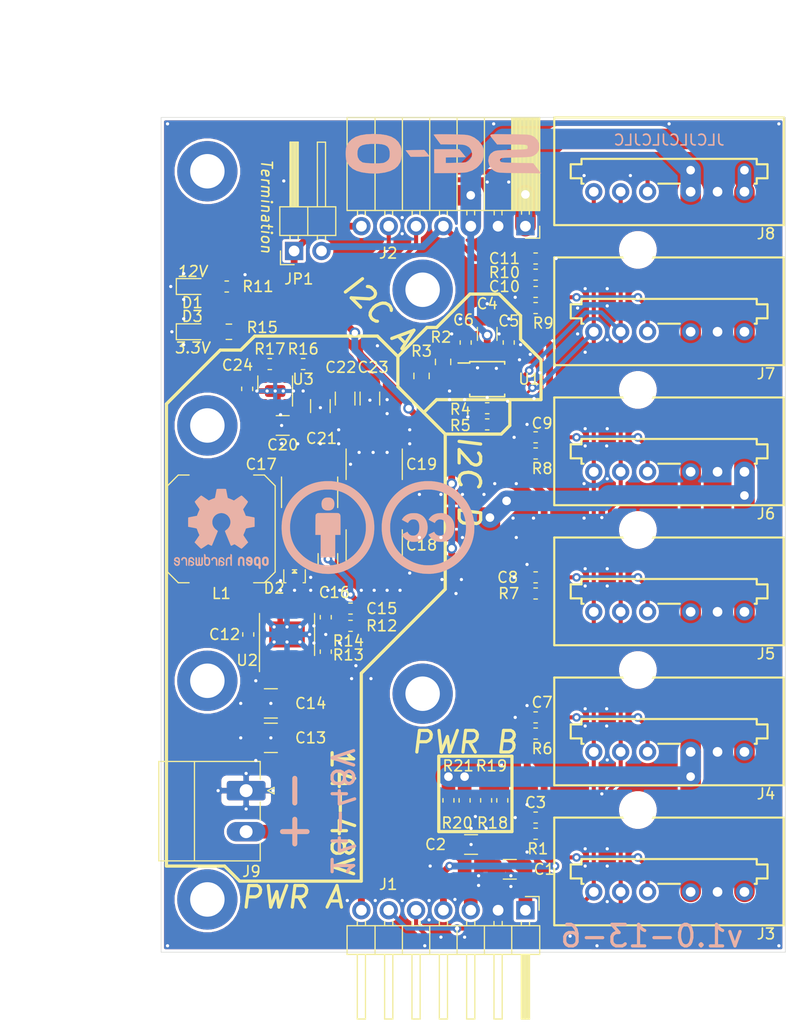
<source format=kicad_pcb>
(kicad_pcb (version 20171130) (host pcbnew "(5.1.5)-3")
  (title_block (title MiniFeedPlugBoard) (date 2021-02-07) (rev v1.0) (company SG-O) (comment 1 "©CC BY 4.0") (comment 2 13mm) (comment 3 "6 Slot"))
  (layers (0 F.Cu signal) (31 B.Cu signal) (34 B.Paste user) (35 F.Paste user) (36 B.SilkS user) (37 F.SilkS user) (38 B.Mask user) (39 F.Mask user) (44 Edge.Cuts user))
  (net 0 "")
  (net 1 "Net-(C12-Pad2)")
  (net 2 /ID_Out)
  (net 3 "Net-(C15-Pad2)")
  (net 4 /SCL)
  (net 5 /SDA)
  (net 6 /ID_FB)
  (net 7 /SCL_Out)
  (net 8 /SDA_Out)
  (net 9 Vdrive)
  (net 10 GND)
  (net 11 VBUS)
  (net 12 /Connector_B/ID_In)
  (net 13 +3V3)
  (net 14 /Connector_C/ID_In)
  (net 15 /Connector_D/ID_In)
  (net 16 /Connector_E/ID_In)
  (net 17 /Connector_F/ID_In)
  (net 18 /Power/B1_SW)
  (net 19 +24V)
  (net 20 +12V)
  (net 21 "Net-(C24-Pad1)")
  (net 22 "Net-(D1-Pad2)")
  (net 23 "Net-(D3-Pad2)")
  (net 24 /Connector_A/ID_In)
  (net 25 "Net-(R13-Pad1)")
  (net 26 "Net-(R16-Pad2)")
  (module Package_LGA:Texas_SIL0008D_MicroSiP-8-1EP_2.8x3mm_P0.65mm_EP1.1x1.9mm_ThermalVias (layer F.Cu) (at 178.5 86.4 90)
    (fp_text reference U3 (at 1.1 2.6 180) (layer F.SilkS))
    (fp_text value TPS82140)
    (pad 8 smd roundrect (at 1.0625 -0.975 90) (size 0.625 0.5) (layers F.Cu F.Paste F.Mask) (net 21 "Net-(C24-Pad1)"))
    (pad 7 smd roundrect (at 1.0625 -0.325 90) (size 0.625 0.5) (layers F.Cu F.Paste F.Mask))
    (pad 6 smd roundrect (at 1.0625 0.325 90) (size 0.625 0.5) (layers F.Cu F.Paste F.Mask) (net 26 "Net-(R16-Pad2)"))
    (pad 5 smd roundrect (at 1.0625 0.975 90) (size 0.625 0.5) (layers F.Cu F.Paste F.Mask) (net 13 +3V3))
    (pad 4 smd roundrect (at -1.0625 0.975 90) (size 0.625 0.5) (layers F.Cu F.Paste F.Mask) (net 13 +3V3))
    (pad 3 smd roundrect (at -1.0625 0.325 90) (size 0.625 0.5) (layers F.Cu F.Paste F.Mask) (net 10 GND))
    (pad 2 smd roundrect (at -1.0625 -0.325 90) (size 0.625 0.5) (layers F.Cu F.Paste F.Mask) (net 20 +12V))
    (pad 1 smd roundrect (at -1.0625 -0.975 90) (size 0.625 0.5) (layers F.Cu F.Paste F.Mask) (net 20 +12V))
    (pad 9 smd roundrect (at 0 0 90) (size 0.5 2) (layers B.Cu) (net 10 GND))
    (pad 9 thru_hole circle (at 0 0.75 90) (size 0.6 0.6) (drill 0.3) (layers *.Cu) (net 10 GND))
    (pad 9 thru_hole circle (at 0 0 90) (size 0.6 0.6) (drill 0.3) (layers *.Cu) (net 10 GND))
    (pad 9 thru_hole circle (at 0 -0.75 90) (size 0.6 0.6) (drill 0.3) (layers *.Cu) (net 10 GND))
    (pad 9 smd roundrect (at 0 0 90) (size 1.1 1.9) (layers F.Cu F.Mask) (roundrect_rratio 0.227273) (net 10 GND))
  )
  (module Package_SO:SOIC-8-1EP_3.9x4.9mm_P1.27mm_EP2.41x3.3mm_ThermalVias (layer F.Cu) (at 179.6 109 90)
    (fp_text reference U2 (at -2.4 -3.7 180) (layer F.SilkS))
    (fp_text value LMR16020)
    (pad 8 smd roundrect (at 2.475 -1.905 90) (size 1.95 0.6) (layers F.Cu F.Paste F.Mask) (net 18 /Power/B1_SW))
    (pad 7 smd roundrect (at 2.475 -0.635 90) (size 1.95 0.6) (layers F.Cu F.Paste F.Mask) (net 10 GND))
    (pad 6 smd roundrect (at 2.475 0.635 90) (size 1.95 0.6) (layers F.Cu F.Paste F.Mask))
    (pad 5 smd roundrect (at 2.475 1.905 90) (size 1.95 0.6) (layers F.Cu F.Paste F.Mask) (net 3 "Net-(C15-Pad2)"))
    (pad 4 smd roundrect (at -2.475 1.905 90) (size 1.95 0.6) (layers F.Cu F.Paste F.Mask) (net 25 "Net-(R13-Pad1)"))
    (pad 3 smd roundrect (at -2.475 0.635 90) (size 1.95 0.6) (layers F.Cu F.Paste F.Mask) (net 19 +24V))
    (pad 2 smd roundrect (at -2.475 -0.635 90) (size 1.95 0.6) (layers F.Cu F.Paste F.Mask) (net 19 +24V))
    (pad 1 smd roundrect (at -2.475 -1.905 90) (size 1.95 0.6) (layers F.Cu F.Paste F.Mask) (net 1 "Net-(C12-Pad2)"))
    (pad 9 smd roundrect (at 0 0 90) (size 1.9 2.9) (layers B.Cu) (roundrect_rratio 0.131579) (net 10 GND))
    (pad 9 thru_hole circle (at 0.7 1.2 90) (size 0.6 0.6) (drill 0.3) (layers *.Cu) (net 10 GND))
    (pad 9 thru_hole circle (at -0.7 1.2 90) (size 0.6 0.6) (drill 0.3) (layers *.Cu) (net 10 GND))
    (pad 9 thru_hole circle (at 0.7 0 90) (size 0.6 0.6) (drill 0.3) (layers *.Cu) (net 10 GND))
    (pad 9 thru_hole circle (at -0.7 0 90) (size 0.6 0.6) (drill 0.3) (layers *.Cu) (net 10 GND))
    (pad 9 thru_hole circle (at 0.7 -1.2 90) (size 0.6 0.6) (drill 0.3) (layers *.Cu) (net 10 GND))
    (pad 9 thru_hole circle (at -0.7 -1.2 90) (size 0.6 0.6) (drill 0.3) (layers *.Cu) (net 10 GND))
    (pad 9 smd roundrect (at 0 0 90) (size 2.41 3.3) (layers F.Cu F.Mask) (roundrect_rratio 0.103734) (net 10 GND))
  )
  (module Fiducial:Fiducial_1mm_Mask2mm (layer F.Cu) (at 195 109.4)
    (fp_text reference Fid4 hide)
    (fp_text value Fiducial_1mm_Mask2mm)
    (pad "" smd circle (at 0 0) (size 1 1) (layers F.Cu F.Mask) (clearance 0.5))
  )
  (module Fiducial:Fiducial_1mm_Mask2mm (layer F.Cu) (at 176.2 63)
    (fp_text reference Fid3 hide)
    (fp_text value Fiducial_1mm_Mask2mm)
    (pad "" smd circle (at 0 0) (size 1 1) (layers F.Cu F.Mask) (clearance 0.5))
  )
  (module Fiducial:Fiducial_1mm_Mask2mm (layer F.Cu) (at 175.9 136.7)
    (fp_text reference Fid2 hide)
    (fp_text value Fiducial_1mm_Mask2mm)
    (pad "" smd circle (at 0 0) (size 1 1) (layers F.Cu F.Mask) (clearance 0.5))
  )
  (module Fiducial:Fiducial_1mm_Mask2mm (layer F.Cu) (at 223.8 62.9)
    (fp_text reference Fid1 hide)
    (fp_text value Fiducial_1mm_Mask2mm)
    (pad "" smd circle (at 0 0) (size 1 1) (layers F.Cu F.Mask) (clearance 0.5))
  )
  (module global:BY (layer B.Cu) (at 183.4 99.1 180)
    (fp_text reference G*** hide)
    (fp_text value LOGO hide)
  )
  (module global:CC (layer B.Cu) (at 192.7 99.1 180)
    (fp_text reference G*** hide)
    (fp_text value LOGO hide)
  )
  (module Symbol:OSHW-Logo2_9.8x8mm_SilkScreen (layer B.Cu) (at 173.5 99.2 180)
    (fp_text reference REF** hide)
    (fp_text value OSHW-Logo2_9.8x8mm_SilkScreen hide)
  )
  (module global:Logo_SG-O (layer B.Cu) (at 194.1 64.4 180)
    (fp_text reference G*** hide)
    (fp_text value LOGO hide)
  )
  (module MountingHole:MountingHole_3.2mm_M3_DIN965_Pad (layer F.Cu) (at 192.2 114.5)
    (fp_text reference REF** hide)
    (fp_text value MountingHole_3.2mm_M3_DIN965_Pad)
    (pad 1 thru_hole circle (at 0 0) (size 5.6 5.6) (drill 3.2) (layers *.Cu *.Mask))
  )
  (module MountingHole:MountingHole_3.2mm_M3_DIN965_Pad (layer F.Cu) (at 172.2 89.6)
    (fp_text reference REF** hide)
    (fp_text value MountingHole_3.2mm_M3_DIN965_Pad)
    (pad 1 thru_hole circle (at 0 0) (size 5.6 5.6) (drill 3.2) (layers *.Cu *.Mask))
  )
  (module MountingHole:MountingHole_3.2mm_M3_DIN965_Pad (layer F.Cu) (at 172.2 113.3)
    (fp_text reference REF** hide)
    (fp_text value MountingHole_3.2mm_M3_DIN965_Pad)
    (pad 1 thru_hole circle (at 0 0) (size 5.6 5.6) (drill 3.2) (layers *.Cu *.Mask))
  )
  (module MountingHole:MountingHole_3.2mm_M3_DIN965_Pad (layer F.Cu) (at 172.2 133.6)
    (fp_text reference REF** hide)
    (fp_text value MountingHole_3.2mm_M3_DIN965_Pad)
    (pad 1 thru_hole circle (at 0 0) (size 5.6 5.6) (drill 3.2) (layers *.Cu *.Mask))
  )
  (module MountingHole:MountingHole_3.2mm_M3_DIN965_Pad (layer F.Cu) (at 172.2 66)
    (fp_text reference REF** hide)
    (fp_text value MountingHole_3.2mm_M3_DIN965_Pad)
    (pad 1 thru_hole circle (at 0 0) (size 5.6 5.6) (drill 3.2) (layers *.Cu *.Mask))
  )
  (module MountingHole:MountingHole_3mm (layer F.Cu) (at 212.2 73.3)
    (fp_text reference REF** hide)
    (fp_text value MountingHole_3mm hide)
    (pad 1 np_thru_hole circle (at 0 0) (size 3 3) (drill 3) (layers *.Cu *.Mask))
  )
  (module MountingHole:MountingHole_3mm (layer F.Cu) (at 212.2 86.3)
    (fp_text reference REF** hide)
    (fp_text value MountingHole_3mm hide)
    (pad 1 np_thru_hole circle (at 0 0) (size 3 3) (drill 3) (layers *.Cu *.Mask))
  )
  (module MountingHole:MountingHole_3mm (layer F.Cu) (at 212.2 99.3)
    (fp_text reference REF** hide)
    (fp_text value MountingHole_3mm hide)
    (pad 1 np_thru_hole circle (at 0 0) (size 3 3) (drill 3) (layers *.Cu *.Mask))
  )
  (module MountingHole:MountingHole_3mm (layer F.Cu) (at 212.2 112.3)
    (fp_text reference REF** hide)
    (fp_text value MountingHole_3mm hide)
    (pad 1 np_thru_hole circle (at 0 0) (size 3 3) (drill 3) (layers *.Cu *.Mask))
  )
  (module MountingHole:MountingHole_3.2mm_M3_DIN965_Pad (layer F.Cu) (at 192.2 77)
    (fp_text reference REF** hide)
    (fp_text value MountingHole_3.2mm_M3_DIN965_Pad)
    (pad 1 thru_hole circle (at 0 0) (size 5.6 5.6) (drill 3.2) (layers *.Cu *.Mask))
  )
  (module MountingHole:MountingHole_3mm (layer F.Cu) (at 212.2 125.3)
    (fp_text reference REF** hide)
    (fp_text value MountingHole_3mm hide)
    (pad 1 np_thru_hole circle (at 0 0) (size 3 3) (drill 3) (layers *.Cu *.Mask))
  )
  (module Capacitor_SMD:C_1206_3216Metric (layer F.Cu) (at 200.3 130.8)
    (fp_text reference C1 (at 3.2 0) (layer F.SilkS))
    (fp_text value 10u)
    (pad 2 smd roundrect (at 1.4 0) (size 1.25 1.75) (layers F.Cu F.Paste F.Mask) (roundrect_rratio 0.2) (net 9 Vdrive))
    (pad 1 smd roundrect (at -1.4 0) (size 1.25 1.75) (layers F.Cu F.Paste F.Mask) (roundrect_rratio 0.2) (net 10 GND))
  )
  (module Capacitor_SMD:C_1206_3216Metric (layer F.Cu) (at 196.7 128.5 180)
    (fp_text reference C2 (at 3.3 0) (layer F.SilkS))
    (fp_text value 10u)
    (pad 1 smd roundrect (at -1.4 0 180) (size 1.25 1.75) (layers F.Cu F.Paste F.Mask) (roundrect_rratio 0.2) (net 10 GND))
    (pad 2 smd roundrect (at 1.4 0 180) (size 1.25 1.75) (layers F.Cu F.Paste F.Mask) (roundrect_rratio 0.2) (net 11 VBUS))
  )
  (module Capacitor_SMD:C_0603_1608Metric (layer F.Cu) (at 202.7 126)
    (fp_text reference C3 (at 0 -1.4) (layer F.SilkS))
    (fp_text value 100n)
    (pad 1 smd roundrect (at -0.7875 0) (size 0.875 0.95) (layers F.Cu F.Paste F.Mask) (net 10 GND))
    (pad 2 smd roundrect (at 0.7875 0) (size 0.875 0.95) (layers F.Cu F.Paste F.Mask) (net 12 /Connector_B/ID_In))
  )
  (module Capacitor_SMD:C_1206_3216Metric (layer F.Cu) (at 198.2 81.1 270)
    (fp_text reference C4 (at -2.8 0 180) (layer F.SilkS))
    (fp_text value 10u)
    (pad 1 smd roundrect (at -1.4 0 270) (size 1.25 1.75) (layers F.Cu F.Paste F.Mask) (roundrect_rratio 0.2) (net 10 GND))
    (pad 2 smd roundrect (at 1.4 0 270) (size 1.25 1.75) (layers F.Cu F.Paste F.Mask) (roundrect_rratio 0.2) (net 13 +3V3))
  )
  (module Capacitor_SMD:C_0603_1608Metric (layer F.Cu) (at 200.2 81.9 270)
    (fp_text reference C5 (at -2 0 180) (layer F.SilkS))
    (fp_text value 100n)
    (pad 2 smd roundrect (at 0.7875 0 270) (size 0.875 0.95) (layers F.Cu F.Paste F.Mask) (net 13 +3V3))
    (pad 1 smd roundrect (at -0.7875 0 270) (size 0.875 0.95) (layers F.Cu F.Paste F.Mask) (net 10 GND))
  )
  (module Capacitor_SMD:C_0603_1608Metric (layer F.Cu) (at 196.2 81.9 270)
    (fp_text reference C6 (at -2.1 0.2 180) (layer F.SilkS))
    (fp_text value 100n)
    (pad 1 smd roundrect (at -0.7875 0 270) (size 0.875 0.95) (layers F.Cu F.Paste F.Mask) (net 10 GND))
    (pad 2 smd roundrect (at 0.7875 0 270) (size 0.875 0.95) (layers F.Cu F.Paste F.Mask) (net 13 +3V3))
  )
  (module Capacitor_SMD:C_0603_1608Metric (layer F.Cu) (at 176 109 270)
    (fp_text reference C12 (at 0 2.2 180) (layer F.SilkS))
    (fp_text value 100n)
    (pad 1 smd roundrect (at -0.7875 0 270) (size 0.875 0.95) (layers F.Cu F.Paste F.Mask) (net 18 /Power/B1_SW))
    (pad 2 smd roundrect (at 0.7875 0 270) (size 0.875 0.95) (layers F.Cu F.Paste F.Mask) (net 1 "Net-(C12-Pad2)"))
  )
  (module Capacitor_SMD:C_1210_3225Metric (layer F.Cu) (at 178.1 118.6 180)
    (fp_text reference C13 (at -3.7 0) (layer F.SilkS))
    (fp_text value "10u 50V")
    (pad 1 smd roundrect (at -1.4 0 180) (size 1.25 2.65) (layers F.Cu F.Paste F.Mask) (roundrect_rratio 0.2) (net 19 +24V))
    (pad 2 smd roundrect (at 1.4 0 180) (size 1.25 2.65) (layers F.Cu F.Paste F.Mask) (roundrect_rratio 0.2) (net 10 GND))
  )
  (module Capacitor_SMD:C_1210_3225Metric (layer F.Cu) (at 178.1 115.4 180)
    (fp_text reference C14 (at -3.7 0) (layer F.SilkS))
    (fp_text value "10u 50V")
    (pad 2 smd roundrect (at 1.4 0 180) (size 1.25 2.65) (layers F.Cu F.Paste F.Mask) (roundrect_rratio 0.2) (net 10 GND))
    (pad 1 smd roundrect (at -1.4 0 180) (size 1.25 2.65) (layers F.Cu F.Paste F.Mask) (roundrect_rratio 0.2) (net 19 +24V))
  )
  (module Capacitor_SMD:C_0603_1608Metric (layer F.Cu) (at 185.5 106.6 180)
    (fp_text reference C15 (at -2.9 0) (layer F.SilkS))
    (fp_text value 220p)
    (pad 2 smd roundrect (at 0.7875 0 180) (size 0.875 0.95) (layers F.Cu F.Paste F.Mask) (net 3 "Net-(C15-Pad2)"))
    (pad 1 smd roundrect (at -0.7875 0 180) (size 0.875 0.95) (layers F.Cu F.Paste F.Mask) (net 20 +12V))
  )
  (module Capacitor_SMD:C_1206_3216Metric (layer F.Cu) (at 183.4 102.1 270)
    (fp_text reference C16 (at 3 -0.6 180) (layer F.SilkS))
    (fp_text value 10u)
    (pad 1 smd roundrect (at -1.4 0 270) (size 1.25 1.75) (layers F.Cu F.Paste F.Mask) (roundrect_rratio 0.2) (net 20 +12V))
    (pad 2 smd roundrect (at 1.4 0 270) (size 1.25 1.75) (layers F.Cu F.Paste F.Mask) (roundrect_rratio 0.2) (net 10 GND))
  )
  (module Capacitor_SMD:C_2220_5650Metric (layer F.Cu) (at 181.7 95.8 90)
    (fp_text reference C17 (at 2.6 -4.5 180) (layer F.SilkS))
    (fp_text value 47u)
    (pad 2 smd roundrect (at 2.55 0 90) (size 1.8 5.4) (layers F.Cu F.Paste F.Mask) (roundrect_rratio 0.138889) (net 10 GND))
    (pad 1 smd roundrect (at -2.55 0 90) (size 1.8 5.4) (layers F.Cu F.Paste F.Mask) (roundrect_rratio 0.138889) (net 20 +12V))
  )
  (module Capacitor_SMD:C_2220_5650Metric (layer F.Cu) (at 187.7 100.7 270)
    (fp_text reference C18 (at 0 -4.4 180) (layer F.SilkS))
    (fp_text value 47u)
    (pad 1 smd roundrect (at -2.55 0 270) (size 1.8 5.4) (layers F.Cu F.Paste F.Mask) (roundrect_rratio 0.138889) (net 20 +12V))
    (pad 2 smd roundrect (at 2.55 0 270) (size 1.8 5.4) (layers F.Cu F.Paste F.Mask) (roundrect_rratio 0.138889) (net 10 GND))
  )
  (module Capacitor_SMD:C_2220_5650Metric (layer F.Cu) (at 187.7 93.2 90)
    (fp_text reference C19 (at 0 4.4 180) (layer F.SilkS))
    (fp_text value 47u)
    (pad 1 smd roundrect (at -2.55 0 90) (size 1.8 5.4) (layers F.Cu F.Paste F.Mask) (roundrect_rratio 0.138889) (net 20 +12V))
    (pad 2 smd roundrect (at 2.55 0 90) (size 1.8 5.4) (layers F.Cu F.Paste F.Mask) (roundrect_rratio 0.138889) (net 10 GND))
  )
  (module Capacitor_SMD:C_1206_3216Metric (layer F.Cu) (at 179.2 89.6)
    (fp_text reference C20 (at 0 1.8) (layer F.SilkS))
    (fp_text value 10u)
    (pad 2 smd roundrect (at 1.4 0) (size 1.25 1.75) (layers F.Cu F.Paste F.Mask) (roundrect_rratio 0.2) (net 10 GND))
    (pad 1 smd roundrect (at -1.4 0) (size 1.25 1.75) (layers F.Cu F.Paste F.Mask) (roundrect_rratio 0.2) (net 20 +12V))
  )
  (module Capacitor_SMD:C_1206_3216Metric (layer F.Cu) (at 182.7 87.8 270)
    (fp_text reference C21 (at 3 -0.1 180) (layer F.SilkS))
    (fp_text value 10u)
    (pad 2 smd roundrect (at 1.4 0 270) (size 1.25 1.75) (layers F.Cu F.Paste F.Mask) (roundrect_rratio 0.2) (net 10 GND))
    (pad 1 smd roundrect (at -1.4 0 270) (size 1.25 1.75) (layers F.Cu F.Paste F.Mask) (roundrect_rratio 0.2) (net 13 +3V3))
  )
  (module Capacitor_SMD:C_1206_3216Metric (layer F.Cu) (at 185 87.1 270)
    (fp_text reference C22 (at -2.9 0.4 180) (layer F.SilkS))
    (fp_text value 10u)
    (pad 2 smd roundrect (at 1.4 0 270) (size 1.25 1.75) (layers F.Cu F.Paste F.Mask) (roundrect_rratio 0.2) (net 10 GND))
    (pad 1 smd roundrect (at -1.4 0 270) (size 1.25 1.75) (layers F.Cu F.Paste F.Mask) (roundrect_rratio 0.2) (net 13 +3V3))
  )
  (module Capacitor_SMD:C_1206_3216Metric (layer F.Cu) (at 187.3 87.1 270)
    (fp_text reference C23 (at -2.9 -0.3 180) (layer F.SilkS))
    (fp_text value 10u)
    (pad 1 smd roundrect (at -1.4 0 270) (size 1.25 1.75) (layers F.Cu F.Paste F.Mask) (roundrect_rratio 0.2) (net 13 +3V3))
    (pad 2 smd roundrect (at 1.4 0 270) (size 1.25 1.75) (layers F.Cu F.Paste F.Mask) (roundrect_rratio 0.2) (net 10 GND))
  )
  (module Capacitor_SMD:C_0603_1608Metric (layer F.Cu) (at 175.9 86.2 270)
    (fp_text reference C24 (at -2.2 0.9 180) (layer F.SilkS))
    (fp_text value 2n2)
    (pad 2 smd roundrect (at 0.7875 0 270) (size 0.875 0.95) (layers F.Cu F.Paste F.Mask) (net 10 GND))
    (pad 1 smd roundrect (at -0.7875 0 270) (size 0.875 0.95) (layers F.Cu F.Paste F.Mask) (net 21 "Net-(C24-Pad1)"))
  )
  (module LED_SMD:LED_0603_1608Metric (layer F.Cu) (at 170.8 76.7)
    (fp_text reference D1 (at 0 1.5) (layer F.SilkS))
    (fp_text value RED)
    (pad 1 smd roundrect (at -0.7875 0) (size 0.875 0.95) (layers F.Cu F.Paste F.Mask) (net 10 GND))
    (pad 2 smd roundrect (at 0.7875 0) (size 0.875 0.95) (layers F.Cu F.Paste F.Mask) (net 22 "Net-(D1-Pad2)"))
  )
  (module global:DO-220AA (layer F.Cu) (at 180.3 101.5 270)
    (fp_text reference D2 (at 3.2 1.9 180) (layer F.SilkS))
    (fp_text value SS2P4HM3 hide)
    (pad 1 smd rect (at 0 0 270) (size 2.67 2.54) (layers F.Cu F.Paste F.Mask) (net 18 /Power/B1_SW))
    (pad 2 smd rect (at 2.351 0 270) (size 0.762 1.27) (layers F.Cu F.Paste F.Mask) (net 10 GND))
  )
  (module LED_SMD:LED_0603_1608Metric (layer F.Cu) (at 170.8 80.9)
    (fp_text reference D3 (at 0 -1.43) (layer F.SilkS))
    (fp_text value RED)
    (pad 2 smd roundrect (at 0.7875 0) (size 0.875 0.95) (layers F.Cu F.Paste F.Mask) (net 23 "Net-(D3-Pad2)"))
    (pad 1 smd roundrect (at -0.7875 0) (size 0.875 0.95) (layers F.Cu F.Paste F.Mask) (net 10 GND))
  )
  (module Connector_PinHeader_2.54mm:PinHeader_1x07_P2.54mm_Horizontal (layer F.Cu) (at 201.75 134.6 270)
    (fp_text reference J1 (at -2.4 12.75 180) (layer F.SilkS))
    (fp_text value In)
    (pad 1 thru_hole rect (at 0 0 270) (size 1.7 1.7) (drill 1) (layers *.Cu *.Mask) (net 9 Vdrive))
    (pad 2 thru_hole oval (at 0 2.54 270) (size 1.7 1.7) (drill 1) (layers *.Cu *.Mask) (net 10 GND))
    (pad 3 thru_hole oval (at 0 5.08 270) (size 1.7 1.7) (drill 1) (layers *.Cu *.Mask) (net 11 VBUS))
    (pad 4 thru_hole oval (at 0 7.62 270) (size 1.7 1.7) (drill 1) (layers *.Cu *.Mask) (net 24 /Connector_A/ID_In))
    (pad 5 thru_hole oval (at 0 10.16 270) (size 1.7 1.7) (drill 1) (layers *.Cu *.Mask) (net 4 /SCL))
    (pad 6 thru_hole oval (at 0 12.7 270) (size 1.7 1.7) (drill 1) (layers *.Cu *.Mask) (net 5 /SDA))
    (pad 7 thru_hole oval (at 0 15.24 270) (size 1.7 1.7) (drill 1) (layers *.Cu *.Mask) (net 6 /ID_FB))
  )
  (module Connector_PinSocket_2.54mm:PinSocket_1x07_P2.54mm_Horizontal (layer F.Cu) (at 201.75 71.1 270)
    (fp_text reference J2 (at 2.5 12.75 180) (layer F.SilkS))
    (fp_text value Chain)
    (pad 1 thru_hole rect (at 0 0 270) (size 1.7 1.7) (drill 1) (layers *.Cu *.Mask) (net 20 +12V))
    (pad 2 thru_hole oval (at 0 2.54 270) (size 1.7 1.7) (drill 1) (layers *.Cu *.Mask) (net 10 GND))
    (pad 3 thru_hole oval (at 0 5.08 270) (size 1.7 1.7) (drill 1) (layers *.Cu *.Mask) (net 13 +3V3))
    (pad 4 thru_hole oval (at 0 7.62 270) (size 1.7 1.7) (drill 1) (layers *.Cu *.Mask) (net 2 /ID_Out))
    (pad 5 thru_hole oval (at 0 10.16 270) (size 1.7 1.7) (drill 1) (layers *.Cu *.Mask) (net 7 /SCL_Out))
    (pad 6 thru_hole oval (at 0 12.7 270) (size 1.7 1.7) (drill 1) (layers *.Cu *.Mask) (net 8 /SDA_Out))
    (pad 7 thru_hole oval (at 0 15.24 270) (size 1.7 1.7) (drill 1) (layers *.Cu *.Mask) (net 6 /ID_FB))
  )
  (module global:PogoEdgeConnector (layer F.Cu) (at 215.1 131 180)
    (fp_text reference J3 (at -9 -5.8) (layer F.SilkS))
    (fp_text value Feeder)
    (pad 1 thru_hole circle (at -7 -1.9 180) (size 1.6 1.6) (drill 0.9) (layers *.Cu *.Mask) (net 20 +12V))
    (pad 2 thru_hole circle (at -4.5 -1.9 180) (size 1.6 1.6) (drill 0.9) (layers *.Cu *.Mask) (net 10 GND))
    (pad 3 thru_hole circle (at -2 -1.9 180) (size 1.6 1.6) (drill 0.9) (layers *.Cu *.Mask) (net 13 +3V3))
    (pad 4 thru_hole circle (at 2 -1.9 180) (size 1.6 1.6) (drill 0.9) (layers *.Cu *.Mask) (net 12 /Connector_B/ID_In))
    (pad 5 thru_hole circle (at 4.5 -1.9 180) (size 1.6 1.6) (drill 0.9) (layers *.Cu *.Mask) (net 4 /SCL))
    (pad 6 thru_hole circle (at 7 -1.9 180) (size 1.6 1.6) (drill 0.9) (layers *.Cu *.Mask) (net 5 /SDA))
  )
  (module global:PogoEdgeConnector (layer F.Cu) (at 215.1 118 180)
    (fp_text reference J4 (at -9 -5.8) (layer F.SilkS))
    (fp_text value Feeder)
    (pad 6 thru_hole circle (at 7 -1.9 180) (size 1.6 1.6) (drill 0.9) (layers *.Cu *.Mask) (net 5 /SDA))
    (pad 5 thru_hole circle (at 4.5 -1.9 180) (size 1.6 1.6) (drill 0.9) (layers *.Cu *.Mask) (net 4 /SCL))
    (pad 4 thru_hole circle (at 2 -1.9 180) (size 1.6 1.6) (drill 0.9) (layers *.Cu *.Mask) (net 14 /Connector_C/ID_In))
    (pad 3 thru_hole circle (at -2 -1.9 180) (size 1.6 1.6) (drill 0.9) (layers *.Cu *.Mask) (net 13 +3V3))
    (pad 2 thru_hole circle (at -4.5 -1.9 180) (size 1.6 1.6) (drill 0.9) (layers *.Cu *.Mask) (net 10 GND))
    (pad 1 thru_hole circle (at -7 -1.9 180) (size 1.6 1.6) (drill 0.9) (layers *.Cu *.Mask) (net 20 +12V))
  )
  (module global:PogoEdgeConnector (layer F.Cu) (at 215.1 105 180)
    (fp_text reference J5 (at -9 -5.8) (layer F.SilkS))
    (fp_text value Feeder)
    (pad 1 thru_hole circle (at -7 -1.9 180) (size 1.6 1.6) (drill 0.9) (layers *.Cu *.Mask) (net 20 +12V))
    (pad 2 thru_hole circle (at -4.5 -1.9 180) (size 1.6 1.6) (drill 0.9) (layers *.Cu *.Mask) (net 10 GND))
    (pad 3 thru_hole circle (at -2 -1.9 180) (size 1.6 1.6) (drill 0.9) (layers *.Cu *.Mask) (net 13 +3V3))
    (pad 4 thru_hole circle (at 2 -1.9 180) (size 1.6 1.6) (drill 0.9) (layers *.Cu *.Mask) (net 15 /Connector_D/ID_In))
    (pad 5 thru_hole circle (at 4.5 -1.9 180) (size 1.6 1.6) (drill 0.9) (layers *.Cu *.Mask) (net 4 /SCL))
    (pad 6 thru_hole circle (at 7 -1.9 180) (size 1.6 1.6) (drill 0.9) (layers *.Cu *.Mask) (net 5 /SDA))
  )
  (module global:PogoEdgeConnector (layer F.Cu) (at 215.1 92 180)
    (fp_text reference J6 (at -9 -5.8) (layer F.SilkS))
    (fp_text value Feeder)
    (pad 6 thru_hole circle (at 7 -1.9 180) (size 1.6 1.6) (drill 0.9) (layers *.Cu *.Mask) (net 5 /SDA))
    (pad 5 thru_hole circle (at 4.5 -1.9 180) (size 1.6 1.6) (drill 0.9) (layers *.Cu *.Mask) (net 4 /SCL))
    (pad 4 thru_hole circle (at 2 -1.9 180) (size 1.6 1.6) (drill 0.9) (layers *.Cu *.Mask) (net 16 /Connector_E/ID_In))
    (pad 3 thru_hole circle (at -2 -1.9 180) (size 1.6 1.6) (drill 0.9) (layers *.Cu *.Mask) (net 13 +3V3))
    (pad 2 thru_hole circle (at -4.5 -1.9 180) (size 1.6 1.6) (drill 0.9) (layers *.Cu *.Mask) (net 10 GND))
    (pad 1 thru_hole circle (at -7 -1.9 180) (size 1.6 1.6) (drill 0.9) (layers *.Cu *.Mask) (net 20 +12V))
  )
  (module global:PogoEdgeConnector (layer F.Cu) (at 215.1 79 180)
    (fp_text reference J7 (at -9 -5.8) (layer F.SilkS))
    (fp_text value Feeder)
    (pad 1 thru_hole circle (at -7 -1.9 180) (size 1.6 1.6) (drill 0.9) (layers *.Cu *.Mask) (net 20 +12V))
    (pad 2 thru_hole circle (at -4.5 -1.9 180) (size 1.6 1.6) (drill 0.9) (layers *.Cu *.Mask) (net 10 GND))
    (pad 3 thru_hole circle (at -2 -1.9 180) (size 1.6 1.6) (drill 0.9) (layers *.Cu *.Mask) (net 13 +3V3))
    (pad 4 thru_hole circle (at 2 -1.9 180) (size 1.6 1.6) (drill 0.9) (layers *.Cu *.Mask) (net 17 /Connector_F/ID_In))
    (pad 5 thru_hole circle (at 4.5 -1.9 180) (size 1.6 1.6) (drill 0.9) (layers *.Cu *.Mask) (net 4 /SCL))
    (pad 6 thru_hole circle (at 7 -1.9 180) (size 1.6 1.6) (drill 0.9) (layers *.Cu *.Mask) (net 5 /SDA))
  )
  (module global:PogoEdgeConnector (layer F.Cu) (at 215.1 66 180)
    (fp_text reference J8 (at -9 -5.8) (layer F.SilkS))
    (fp_text value Feeder)
    (pad 6 thru_hole circle (at 7 -1.9 180) (size 1.6 1.6) (drill 0.9) (layers *.Cu *.Mask) (net 5 /SDA))
    (pad 5 thru_hole circle (at 4.5 -1.9 180) (size 1.6 1.6) (drill 0.9) (layers *.Cu *.Mask) (net 4 /SCL))
    (pad 4 thru_hole circle (at 2 -1.9 180) (size 1.6 1.6) (drill 0.9) (layers *.Cu *.Mask) (net 2 /ID_Out))
    (pad 3 thru_hole circle (at -2 -1.9 180) (size 1.6 1.6) (drill 0.9) (layers *.Cu *.Mask) (net 13 +3V3))
    (pad 2 thru_hole circle (at -4.5 -1.9 180) (size 1.6 1.6) (drill 0.9) (layers *.Cu *.Mask) (net 10 GND))
    (pad 1 thru_hole circle (at -7 -1.9 180) (size 1.6 1.6) (drill 0.9) (layers *.Cu *.Mask) (net 20 +12V))
  )
  (module Connector_Phoenix_MC:PhoenixContact_MC_1,5_2-G-3.81_1x02_P3.81mm_Horizontal (layer F.Cu) (at 175.8 123.5 270)
    (fp_text reference J9 (at 7.5 -0.5 180) (layer F.SilkS))
    (fp_text value VIn)
    (pad 1 thru_hole roundrect (at 0 0 270) (size 1.8 3.6) (drill 1.2) (layers *.Cu *.Mask) (roundrect_rratio 0.138889) (net 10 GND))
    (pad 2 thru_hole oval (at 3.81 0 270) (size 1.8 3.6) (drill 1.2) (layers *.Cu *.Mask) (net 19 +24V))
  )
  (module Connector_PinHeader_2.54mm:PinHeader_1x02_P2.54mm_Horizontal (layer F.Cu) (at 180.26 73.4 90)
    (fp_text reference JP1 (at -2.6 0.44 180) (layer F.SilkS))
    (fp_text value END)
    (pad 1 thru_hole rect (at 0 0 90) (size 1.7 1.7) (drill 1) (layers *.Cu *.Mask) (net 6 /ID_FB))
    (pad 2 thru_hole oval (at 0 2.54 90) (size 1.7 1.7) (drill 1) (layers *.Cu *.Mask) (net 2 /ID_Out))
  )
  (module global:Inductor10x10mm (layer F.Cu) (at 173.5 99.2 90)
    (fp_text reference L1 (at -6 0 180) (layer F.SilkS))
    (fp_text value 33u)
    (pad 1 smd roundrect (at -4.1 0 90) (size 2 5.5) (layers F.Cu F.Paste F.Mask) (net 18 /Power/B1_SW))
    (pad 2 smd roundrect (at 4.1 0 90) (size 2 5.5) (layers F.Cu F.Paste F.Mask) (net 20 +12V))
  )
  (module Resistor_SMD:R_0603_1608Metric (layer F.Cu) (at 202.7 127.5 180)
    (fp_text reference R1 (at -0.2 -1.4) (layer F.SilkS))
    (fp_text value 100R)
    (pad 2 smd roundrect (at 0.7875 0 180) (size 0.875 0.95) (layers F.Cu F.Paste F.Mask) (net 24 /Connector_A/ID_In))
    (pad 1 smd roundrect (at -0.7875 0 180) (size 0.875 0.95) (layers F.Cu F.Paste F.Mask) (net 12 /Connector_B/ID_In))
  )
  (module Resistor_SMD:R_0805_2012Metric (layer F.Cu) (at 194.1 83.7 90)
    (fp_text reference R2 (at 2.3 -0.2 180) (layer F.SilkS))
    (fp_text value 1k5)
    (pad 1 smd roundrect (at -0.9375 0 90) (size 0.975 1.4) (layers F.Cu F.Paste F.Mask) (net 7 /SCL_Out))
    (pad 2 smd roundrect (at 0.9375 0 90) (size 0.975 1.4) (layers F.Cu F.Paste F.Mask) (net 13 +3V3))
  )
  (module Resistor_SMD:R_0805_2012Metric (layer F.Cu) (at 192.1 85 90)
    (fp_text reference R3 (at 2.3 0 180) (layer F.SilkS))
    (fp_text value 1k5)
    (pad 2 smd roundrect (at 0.9375 0 90) (size 0.975 1.4) (layers F.Cu F.Paste F.Mask) (net 13 +3V3))
    (pad 1 smd roundrect (at -0.9375 0 90) (size 0.975 1.4) (layers F.Cu F.Paste F.Mask) (net 8 /SDA_Out))
  )
  (module Resistor_SMD:R_0603_1608Metric (layer F.Cu) (at 198.2 88)
    (fp_text reference R4 (at -2.5 0.1) (layer F.SilkS))
    (fp_text value 0R)
    (pad 1 smd roundrect (at -0.7875 0) (size 0.875 0.95) (layers F.Cu F.Paste F.Mask) (net 7 /SCL_Out))
    (pad 2 smd roundrect (at 0.7875 0) (size 0.875 0.95) (layers F.Cu F.Paste F.Mask) (net 4 /SCL))
  )
  (module Resistor_SMD:R_0603_1608Metric (layer F.Cu) (at 198.2 89.5)
    (fp_text reference R5 (at -2.5 0.1) (layer F.SilkS))
    (fp_text value 0R)
    (pad 1 smd roundrect (at -0.7875 0) (size 0.875 0.95) (layers F.Cu F.Paste F.Mask) (net 8 /SDA_Out))
    (pad 2 smd roundrect (at 0.7875 0) (size 0.875 0.95) (layers F.Cu F.Paste F.Mask) (net 5 /SDA))
  )
  (module Resistor_SMD:R_0603_1608Metric (layer F.Cu) (at 174 76.7)
    (fp_text reference R11 (at 2.9 0) (layer F.SilkS))
    (fp_text value 10k)
    (pad 2 smd roundrect (at 0.7875 0) (size 0.875 0.95) (layers F.Cu F.Paste F.Mask) (net 20 +12V))
    (pad 1 smd roundrect (at -0.7875 0) (size 0.875 0.95) (layers F.Cu F.Paste F.Mask) (net 22 "Net-(D1-Pad2)"))
  )
  (module Resistor_SMD:R_0603_1608Metric (layer F.Cu) (at 185.5 108.2 180)
    (fp_text reference R12 (at -2.9 0) (layer F.SilkS))
    (fp_text value 150k)
    (pad 2 smd roundrect (at 0.7875 0 180) (size 0.875 0.95) (layers F.Cu F.Paste F.Mask) (net 3 "Net-(C15-Pad2)"))
    (pad 1 smd roundrect (at -0.7875 0 180) (size 0.875 0.95) (layers F.Cu F.Paste F.Mask) (net 20 +12V))
  )
  (module Resistor_SMD:R_0603_1608Metric (layer F.Cu) (at 183.2 110.6 90)
    (fp_text reference R13 (at -0.3 2.1 180) (layer F.SilkS))
    (fp_text value 15k8)
    (pad 2 smd roundrect (at 0.7875 0 90) (size 0.875 0.95) (layers F.Cu F.Paste F.Mask) (net 10 GND))
    (pad 1 smd roundrect (at -0.7875 0 90) (size 0.875 0.95) (layers F.Cu F.Paste F.Mask) (net 25 "Net-(R13-Pad1)"))
  )
  (module Resistor_SMD:R_0603_1608Metric (layer F.Cu) (at 183.2 107.4 270)
    (fp_text reference R14 (at 2.2 -2.1 180) (layer F.SilkS))
    (fp_text value 10k)
    (pad 1 smd roundrect (at -0.7875 0 270) (size 0.875 0.95) (layers F.Cu F.Paste F.Mask) (net 3 "Net-(C15-Pad2)"))
    (pad 2 smd roundrect (at 0.7875 0 270) (size 0.875 0.95) (layers F.Cu F.Paste F.Mask) (net 10 GND))
  )
  (module Resistor_SMD:R_0805_2012Metric (layer F.Cu) (at 174.2 80.9)
    (fp_text reference R15 (at 3.1 -0.4) (layer F.SilkS))
    (fp_text value 1k5)
    (pad 1 smd roundrect (at -0.9375 0) (size 0.975 1.4) (layers F.Cu F.Paste F.Mask) (net 23 "Net-(D3-Pad2)"))
    (pad 2 smd roundrect (at 0.9375 0) (size 0.975 1.4) (layers F.Cu F.Paste F.Mask) (net 13 +3V3))
  )
  (module Resistor_SMD:R_0603_1608Metric (layer F.Cu) (at 181.1 83.9 180)
    (fp_text reference R16 (at 0 1.4) (layer F.SilkS))
    (fp_text value 309k)
    (pad 2 smd roundrect (at 0.7875 0 180) (size 0.875 0.95) (layers F.Cu F.Paste F.Mask) (net 26 "Net-(R16-Pad2)"))
    (pad 1 smd roundrect (at -0.7875 0 180) (size 0.875 0.95) (layers F.Cu F.Paste F.Mask) (net 13 +3V3))
  )
  (module Resistor_SMD:R_0603_1608Metric (layer F.Cu) (at 178 83.9 180)
    (fp_text reference R17 (at 0 1.4) (layer F.SilkS))
    (fp_text value 100k)
    (pad 1 smd roundrect (at -0.7875 0 180) (size 0.875 0.95) (layers F.Cu F.Paste F.Mask) (net 26 "Net-(R16-Pad2)"))
    (pad 2 smd roundrect (at 0.7875 0 180) (size 0.875 0.95) (layers F.Cu F.Paste F.Mask) (net 10 GND))
  )
  (module Resistor_SMD:R_0603_1608Metric (layer F.Cu) (at 199.6 124.4 270)
    (fp_text reference R18 (at 2.1 0.9 180) (layer F.SilkS))
    (fp_text value 0R)
    (pad 1 smd roundrect (at -0.7875 0 270) (size 0.875 0.95) (layers F.Cu F.Paste F.Mask) (net 20 +12V))
    (pad 2 smd roundrect (at 0.7875 0 270) (size 0.875 0.95) (layers F.Cu F.Paste F.Mask) (net 9 Vdrive))
  )
  (module Resistor_SMD:R_0603_1608Metric (layer F.Cu) (at 198.1 124.4 270)
    (fp_text reference R19 (at -3.2 -0.5 180) (layer F.SilkS))
    (fp_text value 0R)
    (pad 1 smd roundrect (at -0.7875 0 270) (size 0.875 0.95) (layers F.Cu F.Paste F.Mask) (net 20 +12V))
    (pad 2 smd roundrect (at 0.7875 0 270) (size 0.875 0.95) (layers F.Cu F.Paste F.Mask) (net 9 Vdrive))
  )
  (module Resistor_SMD:R_0603_1608Metric (layer F.Cu) (at 196.1 124.4 270)
    (fp_text reference R20 (at 2.1 0.7 180) (layer F.SilkS))
    (fp_text value 0R)
    (pad 2 smd roundrect (at 0.7875 0 270) (size 0.875 0.95) (layers F.Cu F.Paste F.Mask) (net 11 VBUS))
    (pad 1 smd roundrect (at -0.7875 0 270) (size 0.875 0.95) (layers F.Cu F.Paste F.Mask) (net 13 +3V3))
  )
  (module Resistor_SMD:R_0603_1608Metric (layer F.Cu) (at 194.6 124.4 270)
    (fp_text reference R21 (at -3.2 -0.9 180) (layer F.SilkS))
    (fp_text value 0R)
    (pad 2 smd roundrect (at 0.7875 0 270) (size 0.875 0.95) (layers F.Cu F.Paste F.Mask) (net 11 VBUS))
    (pad 1 smd roundrect (at -0.7875 0 270) (size 0.875 0.95) (layers F.Cu F.Paste F.Mask) (net 13 +3V3))
  )
  (module Package_SO:TSSOP-8_3x3mm_P0.65mm (layer F.Cu) (at 198.2 85.3)
    (fp_text reference U1 (at 3.9 0) (layer F.SilkS))
    (fp_text value PCA9517A)
    (pad 1 smd rect (at -2.15 -0.975) (size 1.1 0.4) (layers F.Cu F.Paste F.Mask) (net 13 +3V3))
    (pad 2 smd rect (at -2.15 -0.325) (size 1.1 0.4) (layers F.Cu F.Paste F.Mask) (net 7 /SCL_Out))
    (pad 3 smd rect (at -2.15 0.325) (size 1.1 0.4) (layers F.Cu F.Paste F.Mask) (net 8 /SDA_Out))
    (pad 4 smd rect (at -2.15 0.975) (size 1.1 0.4) (layers F.Cu F.Paste F.Mask) (net 10 GND))
    (pad 5 smd rect (at 2.15 0.975) (size 1.1 0.4) (layers F.Cu F.Paste F.Mask))
    (pad 6 smd rect (at 2.15 0.325) (size 1.1 0.4) (layers F.Cu F.Paste F.Mask) (net 5 /SDA))
    (pad 7 smd rect (at 2.15 -0.325) (size 1.1 0.4) (layers F.Cu F.Paste F.Mask) (net 4 /SCL))
    (pad 8 smd rect (at 2.15 -0.975) (size 1.1 0.4) (layers F.Cu F.Paste F.Mask) (net 13 +3V3))
  )
  (module Capacitor_SMD:C_0603_1608Metric (layer F.Cu) (at 202.7 116.7)
    (fp_text reference C7 (at 0.6 -1.4) (layer F.SilkS))
    (fp_text value 100n)
    (pad 1 smd roundrect (at -0.7875 0) (size 0.875 0.95) (layers F.Cu F.Paste F.Mask) (net 10 GND))
    (pad 2 smd roundrect (at 0.7875 0) (size 0.875 0.95) (layers F.Cu F.Paste F.Mask) (net 14 /Connector_C/ID_In))
  )
  (module Capacitor_SMD:C_0603_1608Metric (layer F.Cu) (at 202.7 103.7)
    (fp_text reference C8 (at -2.6 0) (layer F.SilkS))
    (fp_text value 100n)
    (pad 2 smd roundrect (at 0.7875 0) (size 0.875 0.95) (layers F.Cu F.Paste F.Mask) (net 15 /Connector_D/ID_In))
    (pad 1 smd roundrect (at -0.7875 0) (size 0.875 0.95) (layers F.Cu F.Paste F.Mask) (net 10 GND))
  )
  (module Capacitor_SMD:C_0603_1608Metric (layer F.Cu) (at 202.7 90.7)
    (fp_text reference C9 (at 0.6 -1.3) (layer F.SilkS))
    (fp_text value 100n)
    (pad 1 smd roundrect (at -0.7875 0) (size 0.875 0.95) (layers F.Cu F.Paste F.Mask) (net 10 GND))
    (pad 2 smd roundrect (at 0.7875 0) (size 0.875 0.95) (layers F.Cu F.Paste F.Mask) (net 16 /Connector_E/ID_In))
  )
  (module Capacitor_SMD:C_0603_1608Metric (layer F.Cu) (at 202.7 77.2)
    (fp_text reference C10 (at -2.9 -0.5) (layer F.SilkS))
    (fp_text value 100n)
    (pad 2 smd roundrect (at 0.7875 0) (size 0.875 0.95) (layers F.Cu F.Paste F.Mask) (net 17 /Connector_F/ID_In))
    (pad 1 smd roundrect (at -0.7875 0) (size 0.875 0.95) (layers F.Cu F.Paste F.Mask) (net 10 GND))
  )
  (module Capacitor_SMD:C_0603_1608Metric (layer F.Cu) (at 202.7 74.1 180)
    (fp_text reference C11 (at 2.9 0) (layer F.SilkS))
    (fp_text value 100n)
    (pad 1 smd roundrect (at -0.7875 0 180) (size 0.875 0.95) (layers F.Cu F.Paste F.Mask) (net 10 GND))
    (pad 2 smd roundrect (at 0.7875 0 180) (size 0.875 0.95) (layers F.Cu F.Paste F.Mask) (net 2 /ID_Out))
  )
  (module Resistor_SMD:R_0603_1608Metric (layer F.Cu) (at 202.7 118.2 180)
    (fp_text reference R6 (at -0.6 -1.4) (layer F.SilkS))
    (fp_text value 100R)
    (pad 1 smd roundrect (at -0.7875 0 180) (size 0.875 0.95) (layers F.Cu F.Paste F.Mask) (net 14 /Connector_C/ID_In))
    (pad 2 smd roundrect (at 0.7875 0 180) (size 0.875 0.95) (layers F.Cu F.Paste F.Mask) (net 12 /Connector_B/ID_In))
  )
  (module Resistor_SMD:R_0603_1608Metric (layer F.Cu) (at 202.7 105.2 180)
    (fp_text reference R7 (at 2.5 0) (layer F.SilkS))
    (fp_text value 100R)
    (pad 2 smd roundrect (at 0.7875 0 180) (size 0.875 0.95) (layers F.Cu F.Paste F.Mask) (net 14 /Connector_C/ID_In))
    (pad 1 smd roundrect (at -0.7875 0 180) (size 0.875 0.95) (layers F.Cu F.Paste F.Mask) (net 15 /Connector_D/ID_In))
  )
  (module Resistor_SMD:R_0603_1608Metric (layer F.Cu) (at 202.7 92.2 180)
    (fp_text reference R8 (at -0.6 -1.4) (layer F.SilkS))
    (fp_text value 100R)
    (pad 1 smd roundrect (at -0.7875 0 180) (size 0.875 0.95) (layers F.Cu F.Paste F.Mask) (net 16 /Connector_E/ID_In))
    (pad 2 smd roundrect (at 0.7875 0 180) (size 0.875 0.95) (layers F.Cu F.Paste F.Mask) (net 15 /Connector_D/ID_In))
  )
  (module Resistor_SMD:R_0603_1608Metric (layer F.Cu) (at 202.7 78.7 180)
    (fp_text reference R9 (at -0.7 -1.4) (layer F.SilkS))
    (fp_text value 100R)
    (pad 1 smd roundrect (at -0.7875 0 180) (size 0.875 0.95) (layers F.Cu F.Paste F.Mask) (net 17 /Connector_F/ID_In))
    (pad 2 smd roundrect (at 0.7875 0 180) (size 0.875 0.95) (layers F.Cu F.Paste F.Mask) (net 16 /Connector_E/ID_In))
  )
  (module Resistor_SMD:R_0603_1608Metric (layer F.Cu) (at 202.7 75.6)
    (fp_text reference R10 (at -2.9 -0.2) (layer F.SilkS))
    (fp_text value 100R)
    (pad 2 smd roundrect (at 0.7875 0) (size 0.875 0.95) (layers F.Cu F.Paste F.Mask) (net 17 /Connector_F/ID_In))
    (pad 1 smd roundrect (at -0.7875 0) (size 0.875 0.95) (layers F.Cu F.Paste F.Mask) (net 2 /ID_Out))
  )
  (gr_text v1.0-13-6 (at 213.5 137) (layer B.SilkS) (effects (font (size 2 2) (thickness 0.3)) (justify mirror)))
  (gr_text JLCJLCJLCJLC (at 215.1 63.1) (layer B.SilkS) (effects (font (size 1 1)) (justify mirror)))
  (gr_text "I2C A" (at 188.2 79.1 315) (layer F.SilkS) (effects (font (size 2 2) (thickness 0.3) italic)))
  (gr_text "I2C B" (at 196.5 94.8 270) (layer F.SilkS) (effects (font (size 2 2) (thickness 0.3) italic)))
  (gr_text "PWR B" (at 196.1 119) (layer F.SilkS) (effects (font (size 2 2) (thickness 0.3) italic)))
  (gr_text "PWR A" (at 180.1 133.4) (layer F.SilkS) (effects (font (size 2 2) (thickness 0.3) italic)))
  (gr_text 12V (at 170.8 75.3) (layer F.SilkS) (effects (font (size 1 1) (thickness 0.15) italic)))
  (gr_text 3.3V (at 170.8 82.4) (layer F.SilkS) (effects (font (size 1 1) (thickness 0.15) italic)))
  (gr_line (start 173.4 82.6) (end 168.4 87.6) (layer F.SilkS) (width 0.3))
  (gr_line (start 192.3 88.4) (end 193.5 87.2) (layer F.SilkS) (width 0.3))
  (gr_line (start 192.6 80.5) (end 189.9 83.2) (layer F.SilkS) (width 0.3))
  (gr_line (start 193.5 80.5) (end 192.6 80.5) (layer F.SilkS) (width 0.3))
  (gr_line (start 196.6 77.4) (end 193.5 80.5) (layer F.SilkS) (width 0.3))
  (gr_line (start 199.3 77.4) (end 196.6 77.4) (layer F.SilkS) (width 0.3))
  (gr_line (start 201.3 79.4) (end 199.3 77.4) (layer F.SilkS) (width 0.3))
  (gr_line (start 201.3 81.6) (end 201.3 79.4) (layer F.SilkS) (width 0.3))
  (gr_line (start 203.2 83.5) (end 201.3 81.6) (layer F.SilkS) (width 0.3))
  (gr_line (start 203.2 87.2) (end 203.2 83.5) (layer F.SilkS) (width 0.3))
  (gr_line (start 200.3 87.2) (end 203.2 87.2) (layer F.SilkS) (width 0.3))
  (gr_line (start 200.3 87.2) (end 193.5 87.2) (layer F.SilkS) (width 0.3))
  (gr_line (start 200.3 89.6) (end 200.3 87.2) (layer F.SilkS) (width 0.3))
  (gr_line (start 199.5 90.4) (end 200.3 89.6) (layer F.SilkS) (width 0.3))
  (gr_line (start 194.3 90.4) (end 199.5 90.4) (layer F.SilkS) (width 0.3))
  (gr_line (start 193.9 90) (end 194.3 90.4) (layer F.SilkS) (width 0.3))
  (gr_line (start 200.5 120.3) (end 200.5 127.3) (layer F.SilkS) (width 0.3))
  (gr_line (start 193.7 120.3) (end 200.5 120.3) (layer F.SilkS) (width 0.3))
  (gr_line (start 193.7 127.3) (end 193.7 120.3) (layer F.SilkS) (width 0.3))
  (gr_line (start 200.5 127.3) (end 193.7 127.3) (layer F.SilkS) (width 0.3))
  (gr_line (start 189.9 83.2) (end 188 81.3) (layer F.SilkS) (width 0.3))
  (gr_line (start 168.4 87.6) (end 168.4 130.5) (layer F.SilkS) (width 0.3))
  (gr_line (start 175.3 82.6) (end 173.4 82.6) (layer F.SilkS) (width 0.3))
  (gr_line (start 176.6 81.3) (end 175.3 82.6) (layer F.SilkS) (width 0.3))
  (gr_line (start 188 81.3) (end 176.6 81.3) (layer F.SilkS) (width 0.3))
  (gr_line (start 189.9 86) (end 189.9 83.2) (layer F.SilkS) (width 0.3))
  (gr_line (start 193.9 90) (end 189.9 86) (layer F.SilkS) (width 0.3))
  (gr_line (start 194.3 104.8) (end 194.3 90.4) (layer F.SilkS) (width 0.3))
  (gr_line (start 186.5 112.6) (end 194.3 104.8) (layer F.SilkS) (width 0.3))
  (gr_line (start 186.5 131.9) (end 186.5 112.6) (layer F.SilkS) (width 0.3))
  (gr_line (start 175.2 131.9) (end 186.5 131.9) (layer F.SilkS) (width 0.3))
  (gr_line (start 173.8 130.5) (end 175.2 131.9) (layer F.SilkS) (width 0.3))
  (gr_line (start 168.4 130.5) (end 173.8 130.5) (layer F.SilkS) (width 0.3))
  (gr_text Termination (at 177.7 69.3 270) (layer F.SilkS) (effects (font (size 1 1) (thickness 0.15) italic)))
  (gr_text - (at 180.1 123.5 90) (layer B.SilkS) (effects (font (size 3 3) (thickness 0.45)) (justify mirror)))
  (gr_text + (at 180.1 127.3 90) (layer B.SilkS) (effects (font (size 3 3) (thickness 0.45)) (justify mirror)))
  (gr_text - (at 180.1 123.5 90) (layer F.SilkS) (effects (font (size 3 3) (thickness 0.45))))
  (gr_text + (at 180.1 127.3 90) (layer F.SilkS) (effects (font (size 3 3) (thickness 0.45))))
  (gr_text 14-48V (at 184.7 125.5 270) (layer B.SilkS) (effects (font (size 2 2) (thickness 0.3)) (justify mirror)))
  (gr_text 14-48V (at 184.7 125.5 270) (layer F.SilkS) (effects (font (size 2 2) (thickness 0.3))))
  (gr_line (start 225.9 138.5) (end 225.9 61) (layer Edge.Cuts) (width 0.05))
  (gr_line (start 167.9 61) (end 225.9 61) (layer Edge.Cuts) (width 0.05))
  (gr_line (start 167.9 138.5) (end 225.9 138.5) (layer Edge.Cuts) (width 0.05))
  (gr_line (start 167.9 138.5) (end 167.9 61) (layer Edge.Cuts) (width 0.05))
  (segment (start 177.695 111.475) (end 176.875 111.475) (width 0.508) (layer F.Cu) (net 1))
  (segment (start 176 110.6) (end 176 109.7875) (width 0.508) (layer F.Cu) (net 1))
  (segment (start 176.875 111.475) (end 176 110.6) (width 0.508) (layer F.Cu) (net 1))
  (segment (start 192.23 73) (end 194.13 71.1) (width 0.635) (layer B.Cu) (net 2))
  (segment (start 182.8 73.4) (end 183.2 73) (width 0.635) (layer B.Cu) (net 2))
  (segment (start 183.2 73) (end 192.23 73) (width 0.635) (layer B.Cu) (net 2))
  (segment (start 197.13 74.1) (end 194.13 71.1) (width 0.508) (layer F.Cu) (net 2))
  (segment (start 204.7 67.8) (end 204.7 71.1) (width 0.381) (layer F.Cu) (net 2))
  (segment (start 206.9 65.6) (end 204.7 67.8) (width 0.381) (layer F.Cu) (net 2))
  (segment (start 213.1 66.8) (end 211.9 65.6) (width 0.381) (layer F.Cu) (net 2))
  (segment (start 211.9 65.6) (end 206.9 65.6) (width 0.381) (layer F.Cu) (net 2))
  (segment (start 213.1 67.9) (end 213.1 66.8) (width 0.381) (layer F.Cu) (net 2))
  (segment (start 201.9125 73.8875) (end 201.9125 74.1) (width 0.381) (layer F.Cu) (net 2))
  (segment (start 204.7 71.1) (end 201.9125 73.8875) (width 0.381) (layer F.Cu) (net 2))
  (segment (start 201.9125 74.1) (end 197.13 74.1) (width 0.508) (layer F.Cu) (net 2))
  (segment (start 201.9125 75.6) (end 201.9125 74.1) (width 0.508) (layer F.Cu) (net 2))
  (segment (start 183.1125 106.525) (end 183.2 106.6125) (width 0.508) (layer F.Cu) (net 3))
  (segment (start 181.505 106.525) (end 183.1125 106.525) (width 0.508) (layer F.Cu) (net 3))
  (segment (start 183.2125 106.6) (end 183.2 106.6125) (width 0.508) (layer F.Cu) (net 3))
  (segment (start 184.7125 106.6) (end 183.2125 106.6) (width 0.508) (layer F.Cu) (net 3))
  (segment (start 184.7125 108.2) (end 184.7125 106.6) (width 0.508) (layer F.Cu) (net 3))
  (segment (start 209.6 123.4) (end 210.6 122.4) (width 0.381) (layer F.Cu) (net 4))
  (segment (start 210.6 122.4) (end 210.6 119.9) (width 0.381) (layer F.Cu) (net 4))
  (segment (start 210.6 132.9) (end 210.6 128.1) (width 0.381) (layer F.Cu) (net 4))
  (segment (start 209.6 127.1) (end 209.6 123.4) (width 0.381) (layer F.Cu) (net 4))
  (segment (start 210.6 128.1) (end 209.6 127.1) (width 0.381) (layer F.Cu) (net 4))
  (segment (start 209.6 114.1) (end 209.6 110.4) (width 0.381) (layer F.Cu) (net 4))
  (segment (start 210.6 119.9) (end 210.6 115.1) (width 0.381) (layer F.Cu) (net 4))
  (segment (start 210.6 115.1) (end 209.6 114.1) (width 0.381) (layer F.Cu) (net 4))
  (segment (start 210.6 106.9) (end 210.6 102.1) (width 0.381) (layer F.Cu) (net 4))
  (segment (start 210.6 102.1) (end 209.6 101.1) (width 0.381) (layer F.Cu) (net 4))
  (segment (start 210.6 93.9) (end 210.6 89.1) (width 0.381) (layer F.Cu) (net 4))
  (segment (start 210.6 89.1) (end 209.6 88.1) (width 0.381) (layer F.Cu) (net 4))
  (segment (start 210.6 80.9) (end 210.6 76.1) (width 0.381) (layer F.Cu) (net 4))
  (segment (start 210.6 76.1) (end 209.6 75.1) (width 0.381) (layer F.Cu) (net 4))
  (segment (start 210.6 109.4) (end 209.6 110.4) (width 0.381) (layer F.Cu) (net 4))
  (segment (start 210.6 106.9) (end 210.6 109.4) (width 0.381) (layer F.Cu) (net 4))
  (segment (start 210.6 96.4) (end 209.6 97.4) (width 0.381) (layer F.Cu) (net 4))
  (segment (start 210.6 93.9) (end 210.6 96.4) (width 0.381) (layer F.Cu) (net 4))
  (segment (start 209.6 101.1) (end 209.6 97.4) (width 0.381) (layer F.Cu) (net 4))
  (segment (start 210.6 83.4) (end 209.6 84.4) (width 0.381) (layer F.Cu) (net 4))
  (segment (start 209.6 88.1) (end 209.6 84.4) (width 0.381) (layer F.Cu) (net 4))
  (segment (start 210.6 80.9) (end 210.6 83.4) (width 0.381) (layer F.Cu) (net 4))
  (segment (start 210.6 70.4) (end 209.6 71.4) (width 0.381) (layer F.Cu) (net 4))
  (segment (start 210.6 67.9) (end 210.6 70.4) (width 0.381) (layer F.Cu) (net 4))
  (segment (start 209.6 75.1) (end 209.6 71.4) (width 0.381) (layer F.Cu) (net 4))
  (segment (start 201.625 84.975) (end 202.1 84.5) (width 0.381) (layer F.Cu) (net 4))
  (segment (start 200.35 84.975) (end 201.625 84.975) (width 0.381) (layer F.Cu) (net 4))
  (via (at 202.1 84.5) (size 0.8) (drill 0.4) (layers F.Cu B.Cu) (net 4))
  (segment (start 202.1 84.35) (end 202.1 84.5) (width 0.381) (layer B.Cu) (net 4))
  (segment (start 210.6 80.9) (end 208.8 79.1) (width 0.381) (layer B.Cu) (net 4))
  (segment (start 207.35 79.1) (end 202.1 84.35) (width 0.381) (layer B.Cu) (net 4))
  (segment (start 208.8 79.1) (end 207.35 79.1) (width 0.381) (layer B.Cu) (net 4))
  (segment (start 210.6 134.6) (end 210.6 132.9) (width 0.381) (layer F.Cu) (net 4))
  (segment (start 193.5 137.9) (end 207.3 137.9) (width 0.381) (layer F.Cu) (net 4))
  (segment (start 191.59 135.09) (end 191.59 135.99) (width 0.381) (layer F.Cu) (net 4))
  (segment (start 207.3 137.9) (end 210.6 134.6) (width 0.381) (layer F.Cu) (net 4))
  (segment (start 191.59 135.99) (end 193.5 137.9) (width 0.381) (layer F.Cu) (net 4))
  (segment (start 200.35 84.975) (end 199.664998 84.975) (width 0.25) (layer F.Cu) (net 4))
  (segment (start 198.9875 85.652498) (end 198.9875 88) (width 0.25) (layer F.Cu) (net 4))
  (segment (start 199.664998 84.975) (end 198.9875 85.652498) (width 0.25) (layer F.Cu) (net 4))
  (segment (start 208.1 132.9) (end 208.1 119.9) (width 0.381) (layer F.Cu) (net 5))
  (segment (start 208.1 119.9) (end 208.1 106.9) (width 0.381) (layer F.Cu) (net 5))
  (segment (start 208.1 69.03137) (end 208.1 80.9) (width 0.381) (layer F.Cu) (net 5))
  (segment (start 208.1 67.9) (end 208.1 69.03137) (width 0.381) (layer F.Cu) (net 5))
  (segment (start 208.1 82.03137) (end 208.1 93.9) (width 0.381) (layer F.Cu) (net 5))
  (segment (start 208.1 80.9) (end 208.1 82.03137) (width 0.381) (layer F.Cu) (net 5))
  (segment (start 208.1 95.03137) (end 208.1 106.9) (width 0.381) (layer F.Cu) (net 5))
  (segment (start 208.1 93.9) (end 208.1 95.03137) (width 0.381) (layer F.Cu) (net 5))
  (segment (start 208.1 132.9) (end 205.5 135.5) (width 0.381) (layer F.Cu) (net 5))
  (via (at 202.4 86.1) (size 0.8) (drill 0.4) (layers F.Cu B.Cu) (net 5))
  (segment (start 208.1 80.9) (end 202.9 86.1) (width 0.381) (layer B.Cu) (net 5))
  (segment (start 202.9 86.1) (end 202.4 86.1) (width 0.381) (layer B.Cu) (net 5))
  (segment (start 200.35 85.625) (end 201.925 85.625) (width 0.381) (layer F.Cu) (net 5))
  (segment (start 201.925 85.625) (end 202.4 86.1) (width 0.381) (layer F.Cu) (net 5))
  (segment (start 199 89.5) (end 202.4 86.1) (width 0.25) (layer F.Cu) (net 5))
  (segment (start 198.9875 89.5) (end 199 89.5) (width 0.25) (layer F.Cu) (net 5))
  (segment (start 205.5 135.5) (end 204.7 136.3) (width 0.381) (layer F.Cu) (net 5))
  (segment (start 204.7 136.3) (end 195.4 136.3) (width 0.381) (layer F.Cu) (net 5))
  (via (at 195.4 136.3) (size 0.8) (drill 0.4) (layers F.Cu B.Cu) (net 5))
  (segment (start 190.75 136.3) (end 189.05 134.6) (width 0.381) (layer B.Cu) (net 5))
  (segment (start 195.4 136.3) (end 190.75 136.3) (width 0.381) (layer B.Cu) (net 5))
  (segment (start 185.307919 71.1) (end 186.51 71.1) (width 0.635) (layer F.Cu) (net 6))
  (segment (start 180.26 73.4) (end 182.56 71.1) (width 0.635) (layer F.Cu) (net 6))
  (segment (start 182.56 71.1) (end 185.307919 71.1) (width 0.635) (layer F.Cu) (net 6))
  (via (at 194.9 101) (size 1) (drill 0.6) (layers F.Cu B.Cu) (net 6))
  (via (at 194.9 95) (size 1) (drill 0.6) (layers F.Cu B.Cu) (net 6))
  (segment (start 194.9 101) (end 194.9 95) (width 0.635) (layer B.Cu) (net 6))
  (via (at 190.9 88) (size 1) (drill 0.6) (layers F.Cu B.Cu) (net 6))
  (segment (start 194.9 95) (end 194.9 92) (width 0.635) (layer F.Cu) (net 6))
  (segment (start 194.9 92) (end 190.9 88) (width 0.635) (layer F.Cu) (net 6))
  (via (at 185.9 81) (size 1) (drill 0.6) (layers F.Cu B.Cu) (net 6))
  (segment (start 180.26 75.36) (end 180.26 73.4) (width 0.635) (layer F.Cu) (net 6))
  (segment (start 185.9 81) (end 180.26 75.36) (width 0.635) (layer F.Cu) (net 6))
  (segment (start 185.9 82.6) (end 185.9 81) (width 0.635) (layer B.Cu) (net 6))
  (segment (start 190.9 88) (end 190.9 87.6) (width 0.635) (layer B.Cu) (net 6))
  (segment (start 190.9 87.6) (end 185.9 82.6) (width 0.635) (layer B.Cu) (net 6))
  (segment (start 194.9 104.3) (end 194.9 101) (width 0.635) (layer F.Cu) (net 6))
  (segment (start 186.51 134.8) (end 186.51 112.69) (width 0.635) (layer F.Cu) (net 6))
  (segment (start 186.51 112.69) (end 194.9 104.3) (width 0.635) (layer F.Cu) (net 6))
  (segment (start 196.05 84.975) (end 196.025 85) (width 0.381) (layer F.Cu) (net 7))
  (segment (start 194.1 84.6375) (end 194.1 85) (width 0.381) (layer F.Cu) (net 7))
  (segment (start 196.025 85) (end 194.1 85) (width 0.381) (layer F.Cu) (net 7))
  (segment (start 188.8 75.6) (end 191.59 72.81) (width 0.381) (layer F.Cu) (net 7))
  (segment (start 194.1 85) (end 191.3 85) (width 0.381) (layer F.Cu) (net 7))
  (segment (start 191.59 72.81) (end 191.59 71.1) (width 0.381) (layer F.Cu) (net 7))
  (segment (start 188.8 82.5) (end 188.8 75.6) (width 0.381) (layer F.Cu) (net 7))
  (segment (start 191.3 85) (end 188.8 82.5) (width 0.381) (layer F.Cu) (net 7))
  (segment (start 197.4125 85.5375) (end 197.4125 88) (width 0.25) (layer F.Cu) (net 7))
  (segment (start 196.05 84.975) (end 196.85 84.975) (width 0.25) (layer F.Cu) (net 7))
  (segment (start 196.85 84.975) (end 197.4125 85.5375) (width 0.25) (layer F.Cu) (net 7))
  (segment (start 192.4125 85.625) (end 192.1 85.9375) (width 0.381) (layer F.Cu) (net 8))
  (segment (start 196.05 85.625) (end 192.4125 85.625) (width 0.381) (layer F.Cu) (net 8))
  (segment (start 192.3375 85.9375) (end 192.1 85.9375) (width 0.25) (layer F.Cu) (net 8))
  (segment (start 197.4125 89.5) (end 195.9 89.5) (width 0.25) (layer F.Cu) (net 8))
  (segment (start 195.9 89.5) (end 192.3375 85.9375) (width 0.25) (layer F.Cu) (net 8))
  (segment (start 189.05 72.75) (end 189.05 71.1) (width 0.381) (layer F.Cu) (net 8))
  (segment (start 187.1 74.7) (end 189.05 72.75) (width 0.381) (layer F.Cu) (net 8))
  (segment (start 191.8375 85.9375) (end 191.6 85.7) (width 0.381) (layer F.Cu) (net 8))
  (segment (start 190.2 85.7) (end 187.1 82.6) (width 0.381) (layer F.Cu) (net 8))
  (segment (start 192.1 85.9375) (end 191.8375 85.9375) (width 0.381) (layer F.Cu) (net 8))
  (segment (start 191.6 85.7) (end 190.2 85.7) (width 0.381) (layer F.Cu) (net 8))
  (segment (start 187.1 82.6) (end 187.1 74.7) (width 0.381) (layer F.Cu) (net 8))
  (segment (start 201.75 130.85) (end 201.7 130.8) (width 1.27) (layer F.Cu) (net 9))
  (segment (start 201.75 133.8) (end 201.75 130.85) (width 1.27) (layer F.Cu) (net 9))
  (segment (start 198.1 125.1875) (end 199.6 125.1875) (width 1.27) (layer F.Cu) (net 9))
  (segment (start 199.6 126.6875) (end 199.6 125.1875) (width 1.27) (layer F.Cu) (net 9))
  (segment (start 199.6 126.6875) (end 198.1 125.1875) (width 1.27) (layer F.Cu) (net 9))
  (segment (start 201.7 130.8) (end 199.6 128.7) (width 1.27) (layer F.Cu) (net 9))
  (segment (start 199.6 128.7) (end 199.6 126.6875) (width 1.27) (layer F.Cu) (net 9))
  (segment (start 201.75 133.8) (end 201.75 134.8) (width 1.27) (layer F.Cu) (net 9))
  (segment (start 199.21 131.11) (end 198.9 130.8) (width 1.27) (layer F.Cu) (net 10))
  (segment (start 199.21 133.8) (end 199.21 131.11) (width 1.27) (layer F.Cu) (net 10))
  (segment (start 178.965 108.365) (end 179.6 109) (width 0.508) (layer F.Cu) (net 10))
  (segment (start 178.965 106.525) (end 178.965 108.365) (width 0.508) (layer F.Cu) (net 10))
  (segment (start 179.6 109) (end 179.6 108.05) (width 0.508) (layer B.Cu) (net 10))
  (segment (start 179.6 108.05) (end 179.6 107.2) (width 0.508) (layer B.Cu) (net 10))
  (segment (start 179.6 109) (end 179.6 111) (width 0.508) (layer B.Cu) (net 10))
  (segment (start 179.6 109) (end 178.15 109) (width 0.508) (layer B.Cu) (net 10))
  (segment (start 178.15 109) (end 177.3 109) (width 0.508) (layer B.Cu) (net 10))
  (segment (start 179.6 109) (end 181.7 109) (width 0.508) (layer B.Cu) (net 10))
  (segment (start 178.4 108.3) (end 177.5 107.4) (width 0.508) (layer B.Cu) (net 10))
  (segment (start 180.8 108.3) (end 181.6 107.5) (width 0.508) (layer B.Cu) (net 10))
  (segment (start 180.8 109.7) (end 181.7 110.6) (width 0.508) (layer B.Cu) (net 10))
  (segment (start 178.4 109.7) (end 177.5 110.6) (width 0.508) (layer B.Cu) (net 10))
  (via (at 179 104) (size 0.6) (drill 0.3) (layers F.Cu B.Cu) (net 10))
  (via (at 180.3 104.9) (size 0.6) (drill 0.3) (layers F.Cu B.Cu) (net 10))
  (via (at 183.4 104.9) (size 0.6) (drill 0.3) (layers F.Cu B.Cu) (net 10))
  (via (at 181.8 104.9) (size 0.6) (drill 0.3) (layers F.Cu B.Cu) (net 10))
  (via (at 179 104.9) (size 0.6) (drill 0.3) (layers F.Cu B.Cu) (net 10))
  (via (at 181.8 103.7) (size 0.6) (drill 0.3) (layers F.Cu B.Cu) (net 10))
  (segment (start 180.6 89.4) (end 180.6 89.6) (width 0.381) (layer F.Cu) (net 10))
  (via (at 168.5 137.9) (size 0.6) (drill 0.3) (layers F.Cu B.Cu) (net 10))
  (via (at 225.3 137.9) (size 0.6) (drill 0.3) (layers F.Cu B.Cu) (net 10))
  (segment (start 178.825 86.725) (end 178.5 86.4) (width 0.381) (layer F.Cu) (net 10))
  (segment (start 178.825 87.4625) (end 178.825 86.725) (width 0.381) (layer F.Cu) (net 10))
  (via (at 179 88.6) (size 0.6) (drill 0.3) (layers F.Cu B.Cu) (net 10))
  (segment (start 178.825 87.4625) (end 178.825 88.425) (width 0.381) (layer F.Cu) (net 10))
  (segment (start 178.825 88.425) (end 179 88.6) (width 0.381) (layer F.Cu) (net 10))
  (via (at 179.1 89.6) (size 0.6) (drill 0.3) (layers F.Cu B.Cu) (net 10))
  (via (at 180.6 91.3) (size 0.6) (drill 0.3) (layers F.Cu B.Cu) (net 10))
  (via (at 179.1 91.3) (size 0.6) (drill 0.3) (layers F.Cu B.Cu) (net 10))
  (via (at 182.7 91.3) (size 0.6) (drill 0.3) (layers F.Cu B.Cu) (net 10))
  (via (at 187.3 87.25) (size 0.6) (drill 0.3) (layers F.Cu B.Cu) (net 10))
  (via (at 188.9 88.5) (size 0.6) (drill 0.3) (layers F.Cu B.Cu) (net 10))
  (via (at 188.9 87.2) (size 0.6) (drill 0.3) (layers F.Cu B.Cu) (net 10))
  (via (at 182.7 87.95) (size 0.6) (drill 0.3) (layers F.Cu B.Cu) (net 10))
  (segment (start 178.5 86.4) (end 178.5 85.4) (width 0.381) (layer B.Cu) (net 10))
  (segment (start 178.5 86.4) (end 178.5 86.95) (width 0.381) (layer B.Cu) (net 10))
  (segment (start 178.5 86.95) (end 178.5 87.6) (width 0.381) (layer B.Cu) (net 10))
  (segment (start 178.5 86.4) (end 179.45 86.4) (width 0.381) (layer B.Cu) (net 10))
  (segment (start 179.45 86.4) (end 180.4 86.4) (width 0.381) (layer B.Cu) (net 10))
  (via (at 180.2 86.4) (size 0.6) (drill 0.3) (layers F.Cu B.Cu) (net 10))
  (segment (start 178.5 86.4) (end 176.7 86.4) (width 0.381) (layer B.Cu) (net 10))
  (segment (start 176.7 86.4) (end 176.6 86.4) (width 0.381) (layer B.Cu) (net 10))
  (segment (start 176.4875 86.4) (end 176.8 86.4) (width 0.508) (layer F.Cu) (net 10))
  (segment (start 175.9 86.9875) (end 176.4875 86.4) (width 0.508) (layer F.Cu) (net 10))
  (segment (start 176.8 86.4) (end 177.75 86.4) (width 0.508) (layer F.Cu) (net 10))
  (via (at 176.8 86.4) (size 0.6) (drill 0.3) (layers F.Cu B.Cu) (net 10))
  (via (at 181.1 86.4) (size 0.6) (drill 0.3) (layers F.Cu B.Cu) (net 10))
  (segment (start 183 89.2) (end 182.7 89.2) (width 0.508) (layer F.Cu) (net 10))
  (segment (start 185 88.5) (end 183.7 88.5) (width 0.508) (layer F.Cu) (net 10))
  (segment (start 183.7 88.5) (end 183 89.2) (width 0.508) (layer F.Cu) (net 10))
  (segment (start 182.1 89.2) (end 182.7 89.2) (width 0.508) (layer F.Cu) (net 10))
  (segment (start 180.6 89.6) (end 181.7 89.6) (width 0.508) (layer F.Cu) (net 10))
  (segment (start 181.7 89.6) (end 182.1 89.2) (width 0.508) (layer F.Cu) (net 10))
  (via (at 194.7 86.4) (size 0.6) (drill 0.3) (layers F.Cu B.Cu) (net 10))
  (via (at 196.1 87.2) (size 0.6) (drill 0.3) (layers F.Cu B.Cu) (net 10))
  (via (at 196.4 88.8) (size 0.6) (drill 0.3) (layers F.Cu B.Cu) (net 10))
  (via (at 194.7 87.2) (size 0.6) (drill 0.3) (layers F.Cu B.Cu) (net 10))
  (via (at 195.7 79.7) (size 0.6) (drill 0.3) (layers F.Cu B.Cu) (net 10))
  (via (at 194.9 81.1) (size 0.6) (drill 0.3) (layers F.Cu B.Cu) (net 10))
  (via (at 199.3 81.1) (size 0.6) (drill 0.3) (layers F.Cu B.Cu) (net 10))
  (via (at 200.2 79.7) (size 0.6) (drill 0.3) (layers F.Cu B.Cu) (net 10))
  (via (at 198.2 78.3) (size 0.6) (drill 0.3) (layers F.Cu B.Cu) (net 10))
  (via (at 204.6 74.1) (size 0.6) (drill 0.3) (layers F.Cu B.Cu) (net 10))
  (via (at 200.7 90.7) (size 0.6) (drill 0.3) (layers F.Cu B.Cu) (net 10))
  (via (at 201.9 89.5) (size 0.6) (drill 0.3) (layers F.Cu B.Cu) (net 10))
  (via (at 201.9 102.5) (size 0.6) (drill 0.3) (layers F.Cu B.Cu) (net 10))
  (via (at 200.7 103.7) (size 0.6) (drill 0.3) (layers F.Cu B.Cu) (net 10))
  (via (at 200.8 77.7) (size 0.6) (drill 0.3) (layers F.Cu B.Cu) (net 10))
  (via (at 201.9 115.6) (size 0.6) (drill 0.3) (layers F.Cu B.Cu) (net 10))
  (via (at 200.8 116.7) (size 0.6) (drill 0.3) (layers F.Cu B.Cu) (net 10))
  (segment (start 198.1 130) (end 198.1 129.7) (width 1.27) (layer F.Cu) (net 10))
  (segment (start 198.9 130.8) (end 198.1 130) (width 1.27) (layer F.Cu) (net 10))
  (via (at 196.7 128.5) (size 0.6) (drill 0.3) (layers F.Cu B.Cu) (net 10))
  (via (at 198.1 127) (size 0.6) (drill 0.3) (layers F.Cu B.Cu) (net 10))
  (via (at 196.7 127) (size 0.6) (drill 0.3) (layers F.Cu B.Cu) (net 10))
  (via (at 197.4 131.4) (size 0.6) (drill 0.3) (layers F.Cu B.Cu) (net 10))
  (segment (start 198.1 129.7) (end 198.1 128.5) (width 1.27) (layer F.Cu) (net 10))
  (via (at 200.4 131.4) (size 0.6) (drill 0.3) (layers F.Cu B.Cu) (net 10))
  (via (at 197.4 132.3) (size 0.6) (drill 0.3) (layers F.Cu B.Cu) (net 10))
  (via (at 200.4 132.4) (size 0.6) (drill 0.3) (layers F.Cu B.Cu) (net 10))
  (via (at 187.7 104.9) (size 0.6) (drill 0.3) (layers F.Cu B.Cu) (net 10))
  (via (at 190.1 104.9) (size 0.6) (drill 0.3) (layers F.Cu B.Cu) (net 10))
  (via (at 188.9 104.9) (size 0.6) (drill 0.3) (layers F.Cu B.Cu) (net 10))
  (via (at 186.5 104.9) (size 0.6) (drill 0.3) (layers F.Cu B.Cu) (net 10))
  (via (at 184.5 104.9) (size 0.6) (drill 0.3) (layers F.Cu B.Cu) (net 10))
  (via (at 184.4 90) (size 0.6) (drill 0.3) (layers F.Cu B.Cu) (net 10))
  (via (at 184.4 91.3) (size 0.6) (drill 0.3) (layers F.Cu B.Cu) (net 10))
  (via (at 187.6 92.1) (size 0.6) (drill 0.3) (layers F.Cu B.Cu) (net 10))
  (via (at 186.3 92.1) (size 0.6) (drill 0.3) (layers F.Cu B.Cu) (net 10))
  (via (at 188.9 92.1) (size 0.6) (drill 0.3) (layers F.Cu B.Cu) (net 10))
  (via (at 191 90) (size 0.6) (drill 0.3) (layers F.Cu B.Cu) (net 10))
  (via (at 191 91.3) (size 0.6) (drill 0.3) (layers F.Cu B.Cu) (net 10))
  (via (at 185.5 93.2) (size 0.6) (drill 0.3) (layers F.Cu B.Cu) (net 10))
  (via (at 191 103.3) (size 0.6) (drill 0.3) (layers F.Cu B.Cu) (net 10))
  (via (at 191.9 96) (size 0.6) (drill 0.3) (layers F.Cu B.Cu) (net 10))
  (via (at 193.9 96) (size 0.6) (drill 0.3) (layers F.Cu B.Cu) (net 10))
  (via (at 195.9 96) (size 0.6) (drill 0.3) (layers F.Cu B.Cu) (net 10))
  (via (at 197.9 96) (size 0.6) (drill 0.3) (layers F.Cu B.Cu) (net 10))
  (via (at 198.9 95) (size 0.6) (drill 0.3) (layers F.Cu B.Cu) (net 10))
  (via (at 191.9 100) (size 0.6) (drill 0.3) (layers F.Cu B.Cu) (net 10))
  (via (at 193.9 100) (size 0.6) (drill 0.3) (layers F.Cu B.Cu) (net 10))
  (via (at 195.9 100) (size 0.6) (drill 0.3) (layers F.Cu B.Cu) (net 10))
  (via (at 200.9 100) (size 0.6) (drill 0.3) (layers F.Cu B.Cu) (net 10))
  (via (at 200.9 95) (size 0.6) (drill 0.3) (layers F.Cu B.Cu) (net 10))
  (via (at 184.5 109.8) (size 0.6) (drill 0.3) (layers F.Cu B.Cu) (net 10))
  (via (at 182.1 108.2) (size 0.6) (drill 0.3) (layers F.Cu B.Cu) (net 10))
  (via (at 182.1 109.8) (size 0.6) (drill 0.3) (layers F.Cu B.Cu) (net 10))
  (via (at 181.7 109) (size 0.6) (drill 0.3) (layers F.Cu B.Cu) (net 10))
  (via (at 183.2 109) (size 0.6) (drill 0.3) (layers F.Cu B.Cu) (net 10))
  (via (at 175.3 115.4) (size 0.6) (drill 0.3) (layers F.Cu B.Cu) (net 10))
  (via (at 176.7 113.3) (size 0.6) (drill 0.3) (layers F.Cu B.Cu) (net 10))
  (via (at 178.1 115.4) (size 0.6) (drill 0.3) (layers F.Cu B.Cu) (net 10))
  (via (at 175.3 118.6) (size 0.6) (drill 0.3) (layers F.Cu B.Cu) (net 10))
  (via (at 178.1 118.6) (size 0.6) (drill 0.3) (layers F.Cu B.Cu) (net 10))
  (via (at 176.7 120.7) (size 0.6) (drill 0.3) (layers F.Cu B.Cu) (net 10))
  (via (at 173.2 123.5) (size 0.6) (drill 0.3) (layers F.Cu B.Cu) (net 10))
  (via (at 175.8 121.9) (size 0.6) (drill 0.3) (layers F.Cu B.Cu) (net 10))
  (via (at 178.3 123.5) (size 0.6) (drill 0.3) (layers F.Cu B.Cu) (net 10))
  (via (at 175.8 125.2) (size 0.6) (drill 0.3) (layers F.Cu B.Cu) (net 10))
  (via (at 200.1 87.35) (size 0.6) (drill 0.3) (layers F.Cu B.Cu) (net 10))
  (via (at 202.55 87.1) (size 0.6) (drill 0.3) (layers F.Cu B.Cu) (net 10))
  (via (at 199.05 84.3) (size 0.6) (drill 0.3) (layers F.Cu B.Cu) (net 10))
  (via (at 198.2 87) (size 0.6) (drill 0.3) (layers F.Cu B.Cu) (net 10))
  (via (at 197.3 84.25) (size 0.6) (drill 0.3) (layers F.Cu B.Cu) (net 10))
  (via (at 209.35 81.65) (size 0.6) (drill 0.3) (layers F.Cu B.Cu) (net 10))
  (via (at 209.35 78.5) (size 0.6) (drill 0.3) (layers F.Cu B.Cu) (net 10))
  (via (at 209.35 76.9) (size 0.6) (drill 0.3) (layers F.Cu B.Cu) (net 10))
  (via (at 209.35 89.9) (size 0.6) (drill 0.3) (layers F.Cu B.Cu) (net 10))
  (via (at 209.3 91.5) (size 0.6) (drill 0.3) (layers F.Cu B.Cu) (net 10))
  (via (at 209.35 94.55) (size 0.6) (drill 0.3) (layers F.Cu B.Cu) (net 10))
  (via (at 208.85 98.15) (size 0.6) (drill 0.3) (layers F.Cu B.Cu) (net 10))
  (via (at 209.35 102.9) (size 0.6) (drill 0.3) (layers F.Cu B.Cu) (net 10))
  (via (at 209.35 104.5) (size 0.6) (drill 0.3) (layers F.Cu B.Cu) (net 10))
  (via (at 209.3 115.9) (size 0.6) (drill 0.3) (layers F.Cu B.Cu) (net 10))
  (via (at 209.3 117.5) (size 0.6) (drill 0.3) (layers F.Cu B.Cu) (net 10))
  (via (at 209.35 120.65) (size 0.6) (drill 0.3) (layers F.Cu B.Cu) (net 10))
  (via (at 208.85 123.8) (size 0.6) (drill 0.3) (layers F.Cu B.Cu) (net 10))
  (via (at 209.35 128.9) (size 0.6) (drill 0.3) (layers F.Cu B.Cu) (net 10))
  (via (at 209.35 130.5) (size 0.6) (drill 0.3) (layers F.Cu B.Cu) (net 10))
  (via (at 168.9 80.9) (size 0.6) (drill 0.3) (layers F.Cu B.Cu) (net 10))
  (via (at 170 79.7) (size 0.6) (drill 0.3) (layers F.Cu B.Cu) (net 10))
  (via (at 170 82.1) (size 0.6) (drill 0.3) (layers F.Cu B.Cu) (net 10))
  (via (at 170 77.9) (size 0.6) (drill 0.3) (layers F.Cu B.Cu) (net 10))
  (via (at 168.8 76.7) (size 0.6) (drill 0.3) (layers F.Cu B.Cu) (net 10))
  (via (at 170 75.5) (size 0.6) (drill 0.3) (layers F.Cu B.Cu) (net 10))
  (via (at 175.7 75.6) (size 0.6) (drill 0.3) (layers F.Cu B.Cu) (net 10))
  (via (at 198.2 67) (size 0.6) (drill 0.3) (layers F.Cu B.Cu) (net 10))
  (via (at 200.2 67) (size 0.6) (drill 0.3) (layers F.Cu B.Cu) (net 10))
  (via (at 179.3 66.9) (size 0.6) (drill 0.3) (layers F.Cu B.Cu) (net 10))
  (via (at 188 82.2) (size 0.6) (drill 0.3) (layers F.Cu B.Cu) (net 10))
  (via (at 190.3 71.8) (size 0.6) (drill 0.3) (layers F.Cu B.Cu) (net 10))
  (via (at 190.3 70.3) (size 0.6) (drill 0.3) (layers F.Cu B.Cu) (net 10))
  (via (at 203.1 84.7) (size 0.6) (drill 0.3) (layers F.Cu B.Cu) (net 10))
  (via (at 202.2 83) (size 0.6) (drill 0.3) (layers F.Cu B.Cu) (net 10))
  (via (at 201.2 83.5) (size 0.6) (drill 0.3) (layers F.Cu B.Cu) (net 10))
  (via (at 201.3 82.1) (size 0.6) (drill 0.3) (layers F.Cu B.Cu) (net 10))
  (via (at 200.6 98.2) (size 0.6) (drill 0.3) (layers F.Cu B.Cu) (net 10))
  (via (at 202.5 98.2) (size 0.6) (drill 0.3) (layers F.Cu B.Cu) (net 10))
  (via (at 201.9 129.2) (size 0.6) (drill 0.3) (layers F.Cu B.Cu) (net 10))
  (via (at 200.8 126) (size 0.6) (drill 0.3) (layers F.Cu B.Cu) (net 10))
  (via (at 201.9 124.8) (size 0.6) (drill 0.3) (layers F.Cu B.Cu) (net 10))
  (via (at 192.9 130.5) (size 0.6) (drill 0.3) (layers F.Cu B.Cu) (net 10))
  (via (at 209.35 133.8) (size 0.6) (drill 0.3) (layers F.Cu B.Cu) (net 10))
  (via (at 197.1 125.9) (size 0.6) (drill 0.3) (layers F.Cu B.Cu) (net 10))
  (via (at 207.3 130.5) (size 0.6) (drill 0.3) (layers F.Cu B.Cu) (net 10))
  (via (at 207.3 128.9) (size 0.6) (drill 0.3) (layers F.Cu B.Cu) (net 10))
  (via (at 207.3 117.5) (size 0.6) (drill 0.3) (layers F.Cu B.Cu) (net 10))
  (via (at 207.3 115.9) (size 0.6) (drill 0.3) (layers F.Cu B.Cu) (net 10))
  (via (at 207.3 104.5) (size 0.6) (drill 0.3) (layers F.Cu B.Cu) (net 10))
  (via (at 207.3 102.9) (size 0.6) (drill 0.3) (layers F.Cu B.Cu) (net 10))
  (via (at 207.2 95) (size 0.6) (drill 0.3) (layers F.Cu B.Cu) (net 10))
  (via (at 207.2 98.2) (size 0.6) (drill 0.3) (layers F.Cu B.Cu) (net 10))
  (via (at 207.3 91.5) (size 0.6) (drill 0.3) (layers F.Cu B.Cu) (net 10))
  (via (at 207.3 89.9) (size 0.6) (drill 0.3) (layers F.Cu B.Cu) (net 10))
  (via (at 207.3 76.9) (size 0.6) (drill 0.3) (layers F.Cu B.Cu) (net 10))
  (via (at 207.2 66.4) (size 0.6) (drill 0.3) (layers F.Cu B.Cu) (net 10))
  (via (at 211.5 66.4) (size 0.6) (drill 0.3) (layers F.Cu B.Cu) (net 10))
  (via (at 206.6 78.7) (size 0.6) (drill 0.3) (layers F.Cu B.Cu) (net 10))
  (via (at 206.6 81.1) (size 0.6) (drill 0.3) (layers F.Cu B.Cu) (net 10))
  (via (at 207.3 82.8) (size 0.6) (drill 0.3) (layers F.Cu B.Cu) (net 10))
  (segment (start 199.21 133.8) (end 199.21 134.8) (width 1.27) (layer F.Cu) (net 10))
  (via (at 187.8 133.7) (size 0.6) (drill 0.3) (layers F.Cu B.Cu) (net 10))
  (via (at 185.2 133.7) (size 0.6) (drill 0.3) (layers F.Cu B.Cu) (net 10))
  (via (at 190.3 133.7) (size 0.6) (drill 0.3) (layers F.Cu B.Cu) (net 10))
  (via (at 192.8 133.7) (size 0.6) (drill 0.3) (layers F.Cu B.Cu) (net 10))
  (via (at 195.2 133.6) (size 0.6) (drill 0.3) (layers F.Cu B.Cu) (net 10))
  (via (at 192.4 137.9) (size 0.6) (drill 0.3) (layers F.Cu B.Cu) (net 10))
  (via (at 208.4 137.9) (size 0.6) (drill 0.3) (layers F.Cu B.Cu) (net 10))
  (via (at 196.1 137.1) (size 0.6) (drill 0.3) (layers F.Cu B.Cu) (net 10))
  (via (at 193.9 137.1) (size 0.6) (drill 0.3) (layers F.Cu B.Cu) (net 10))
  (via (at 205.9 137) (size 0.6) (drill 0.3) (layers F.Cu B.Cu) (net 10))
  (via (at 225.3 61.6) (size 0.6) (drill 0.3) (layers F.Cu B.Cu) (net 10))
  (via (at 168.5 61.6) (size 0.6) (drill 0.3) (layers F.Cu B.Cu) (net 10))
  (via (at 198.8 61.6) (size 0.6) (drill 0.3) (layers F.Cu B.Cu) (net 10))
  (via (at 215.1 61.6) (size 0.6) (drill 0.3) (layers F.Cu B.Cu) (net 10))
  (via (at 192.8 135.5) (size 0.6) (drill 0.3) (layers F.Cu B.Cu) (net 10))
  (via (at 194 103.9) (size 0.6) (drill 0.3) (layers F.Cu B.Cu) (net 10))
  (via (at 195.8 103.9) (size 0.6) (drill 0.3) (layers F.Cu B.Cu) (net 10))
  (via (at 195.3 105.2) (size 0.6) (drill 0.3) (layers F.Cu B.Cu) (net 10))
  (via (at 187.4 113.1) (size 0.6) (drill 0.3) (layers F.Cu B.Cu) (net 10))
  (via (at 185.6 113.1) (size 0.6) (drill 0.3) (layers F.Cu B.Cu) (net 10))
  (via (at 186 111.9) (size 0.6) (drill 0.3) (layers F.Cu B.Cu) (net 10))
  (segment (start 194.6 125.1875) (end 196.1 125.1875) (width 1.27) (layer F.Cu) (net 11))
  (segment (start 195.3 125.8875) (end 194.6 125.1875) (width 1.27) (layer F.Cu) (net 11))
  (segment (start 195.3 128.5) (end 195.3 125.8875) (width 1.27) (layer F.Cu) (net 11))
  (segment (start 195.3 125.9875) (end 196.1 125.1875) (width 1.27) (layer F.Cu) (net 11))
  (segment (start 195.3 128.5) (end 195.3 125.9875) (width 1.27) (layer F.Cu) (net 11))
  (segment (start 196.1 132.8) (end 196.1 129.8) (width 1.27) (layer F.Cu) (net 11))
  (segment (start 195.3 129) (end 195.3 128.5) (width 1.27) (layer F.Cu) (net 11))
  (segment (start 196.67 134.8) (end 196.67 133.37) (width 1.27) (layer F.Cu) (net 11))
  (segment (start 196.1 129.8) (end 195.3 129) (width 1.27) (layer F.Cu) (net 11))
  (segment (start 196.67 133.37) (end 196.1 132.8) (width 1.27) (layer F.Cu) (net 11))
  (via (at 206.5 129.7) (size 0.8) (drill 0.4) (layers F.Cu B.Cu) (net 12))
  (segment (start 212.2 129.7) (end 206.5 129.7) (width 0.381) (layer B.Cu) (net 12))
  (via (at 212.2 129.7) (size 0.8) (drill 0.4) (layers F.Cu B.Cu) (net 12))
  (segment (start 213.1 130.6) (end 212.2 129.7) (width 0.381) (layer F.Cu) (net 12))
  (segment (start 213.1 132.9) (end 213.1 130.6) (width 0.381) (layer F.Cu) (net 12))
  (segment (start 201.9125 118.2) (end 201.9125 121.3125) (width 0.635) (layer F.Cu) (net 12))
  (segment (start 201.9125 121.3125) (end 203.4875 122.8875) (width 0.635) (layer F.Cu) (net 12))
  (segment (start 205.6875 129.7) (end 206.5 129.7) (width 0.381) (layer F.Cu) (net 12))
  (segment (start 203.4875 127.5) (end 205.6875 129.7) (width 0.381) (layer F.Cu) (net 12))
  (segment (start 203.4875 127.5) (end 203.4875 126) (width 0.635) (layer F.Cu) (net 12))
  (segment (start 203.4875 126) (end 203.4875 122.8875) (width 0.635) (layer F.Cu) (net 12))
  (segment (start 217.1 132.9) (end 217.1 119.9) (width 1.905) (layer F.Cu) (net 13))
  (segment (start 217.1 119.9) (end 217.1 106.9) (width 1.905) (layer F.Cu) (net 13))
  (segment (start 217.1 106.9) (end 217.1 93.9) (width 1.905) (layer F.Cu) (net 13))
  (segment (start 217.1 93.9) (end 217.1 80.9) (width 1.905) (layer F.Cu) (net 13))
  (segment (start 217.1 80.9) (end 217.1 67.9) (width 1.905) (layer F.Cu) (net 13))
  (segment (start 199.7 63) (end 196.67 66.03) (width 1.905) (layer B.Cu) (net 13))
  (segment (start 196.67 66.03) (end 196.67 68.23) (width 1.905) (layer B.Cu) (net 13))
  (segment (start 194.175 82.6875) (end 194.1 82.7625) (width 0.635) (layer F.Cu) (net 13))
  (segment (start 200.2 82.6875) (end 194.175 82.6875) (width 0.635) (layer F.Cu) (net 13))
  (segment (start 198.0125 82.6875) (end 198.2 82.5) (width 0.635) (layer F.Cu) (net 13))
  (segment (start 196.2 82.6875) (end 198.0125 82.6875) (width 0.635) (layer F.Cu) (net 13))
  (segment (start 198.3875 82.6875) (end 198.2 82.5) (width 0.635) (layer F.Cu) (net 13))
  (segment (start 200.2 82.6875) (end 198.3875 82.6875) (width 0.635) (layer F.Cu) (net 13))
  (segment (start 193.71875 82.7625) (end 194.1 82.7625) (width 0.635) (layer F.Cu) (net 13))
  (segment (start 192.1 84.0625) (end 192.41875 84.0625) (width 0.635) (layer F.Cu) (net 13))
  (segment (start 192.41875 84.0625) (end 193.71875 82.7625) (width 0.635) (layer F.Cu) (net 13))
  (segment (start 196.05 82.8375) (end 196.2 82.6875) (width 0.381) (layer F.Cu) (net 13))
  (segment (start 196.05 84.325) (end 196.05 82.8375) (width 0.381) (layer F.Cu) (net 13))
  (segment (start 200.35 82.8375) (end 200.2 82.6875) (width 0.381) (layer F.Cu) (net 13))
  (segment (start 200.35 84.325) (end 200.35 82.8375) (width 0.381) (layer F.Cu) (net 13))
  (segment (start 196.67 68.23) (end 196.67 71.1) (width 1.905) (layer B.Cu) (net 13))
  (via (at 196.67 68.23) (size 1.2) (drill 0.8) (layers F.Cu B.Cu) (net 13))
  (segment (start 182.5 86.4) (end 182.7 86.4) (width 0.381) (layer F.Cu) (net 13))
  (segment (start 179.475 87.4625) (end 181.4375 87.4625) (width 0.381) (layer F.Cu) (net 13))
  (segment (start 181.4375 87.4625) (end 182.5 86.4) (width 0.381) (layer F.Cu) (net 13))
  (segment (start 181.4375 85.3375) (end 182.5 86.4) (width 0.381) (layer F.Cu) (net 13))
  (segment (start 179.475 85.3375) (end 181.4375 85.3375) (width 0.381) (layer F.Cu) (net 13))
  (segment (start 184.3 86.4) (end 185 85.7) (width 1.905) (layer F.Cu) (net 13))
  (segment (start 182.7 86.4) (end 184.3 86.4) (width 1.905) (layer F.Cu) (net 13))
  (segment (start 187.3 85.7) (end 185 85.7) (width 1.905) (layer F.Cu) (net 13))
  (segment (start 196.67 68.23) (end 196.67 71.1) (width 1.905) (layer F.Cu) (net 13))
  (segment (start 180.07 68.23) (end 196.67 68.23) (width 1.905) (layer F.Cu) (net 13))
  (segment (start 177.3 76.1) (end 177.3 71) (width 1.905) (layer F.Cu) (net 13))
  (segment (start 177.3 71) (end 180.07 68.23) (width 1.905) (layer F.Cu) (net 13))
  (segment (start 185 85.7) (end 185 83.8) (width 1.905) (layer F.Cu) (net 13))
  (segment (start 182.7 84.7125) (end 181.8875 83.9) (width 0.381) (layer F.Cu) (net 13))
  (segment (start 182.7 86.4) (end 182.7 84.7125) (width 0.381) (layer F.Cu) (net 13))
  (segment (start 178.9 80.9) (end 180.5 79.3) (width 0.381) (layer F.Cu) (net 13))
  (segment (start 175.1375 80.9) (end 178.9 80.9) (width 0.381) (layer F.Cu) (net 13))
  (segment (start 185 83.8) (end 180.5 79.3) (width 1.905) (layer F.Cu) (net 13))
  (segment (start 180.5 79.3) (end 177.3 76.1) (width 1.905) (layer F.Cu) (net 13))
  (via (at 198.2 81.2) (size 1) (drill 0.6) (layers F.Cu B.Cu) (net 13))
  (segment (start 198.2 81.2) (end 198.2 82.5) (width 0.635) (layer F.Cu) (net 13))
  (segment (start 196.67 79.67) (end 198.2 81.2) (width 0.635) (layer B.Cu) (net 13))
  (segment (start 196.67 71.1) (end 196.67 79.67) (width 0.635) (layer B.Cu) (net 13))
  (segment (start 217.1 119.9) (end 217.1 122.2) (width 1.905) (layer B.Cu) (net 13))
  (via (at 217.1 122.2) (size 1.2) (drill 0.8) (layers F.Cu B.Cu) (net 13))
  (segment (start 217.1 122.2) (end 198.9 122.2) (width 1.905) (layer B.Cu) (net 13))
  (via (at 194.6 122.2) (size 1.2) (drill 0.8) (layers F.Cu B.Cu) (net 13))
  (segment (start 194.6 123.6125) (end 194.6 122.2) (width 1.27) (layer F.Cu) (net 13))
  (via (at 196.1 122.2) (size 1.2) (drill 0.8) (layers F.Cu B.Cu) (net 13))
  (segment (start 196.1 123.6125) (end 196.1 122.2) (width 1.27) (layer F.Cu) (net 13))
  (segment (start 198.9 122.2) (end 196.1 122.2) (width 1.905) (layer B.Cu) (net 13))
  (segment (start 196.1 122.2) (end 194.6 122.2) (width 1.905) (layer B.Cu) (net 13))
  (segment (start 217.1 67.9) (end 217.1 65.9) (width 1.905) (layer B.Cu) (net 13))
  (segment (start 217.1 67.9) (end 217.1 65.9) (width 1.27) (layer F.Cu) (net 13))
  (via (at 217.1 65.9) (size 1.2) (drill 0.8) (layers F.Cu B.Cu) (net 13))
  (segment (start 217.1 65.9) (end 214.2 63) (width 1.905) (layer B.Cu) (net 13))
  (segment (start 214.2 63) (end 199.7 63) (width 1.905) (layer B.Cu) (net 13))
  (segment (start 203.4875 116.7) (end 206.5 116.7) (width 0.381) (layer F.Cu) (net 14))
  (via (at 206.5 116.7) (size 0.8) (drill 0.4) (layers F.Cu B.Cu) (net 14))
  (segment (start 212.2 116.7) (end 206.5 116.7) (width 0.381) (layer B.Cu) (net 14))
  (via (at 212.2 116.7) (size 0.8) (drill 0.4) (layers F.Cu B.Cu) (net 14))
  (segment (start 213.1 117.6) (end 212.2 116.7) (width 0.381) (layer F.Cu) (net 14))
  (segment (start 213.1 119.9) (end 213.1 117.6) (width 0.381) (layer F.Cu) (net 14))
  (segment (start 203.4875 116.7) (end 203.4875 118.2) (width 0.635) (layer F.Cu) (net 14))
  (segment (start 203.4875 112.2875) (end 201.9125 110.7125) (width 0.635) (layer F.Cu) (net 14))
  (segment (start 203.4875 116.7) (end 203.4875 112.2875) (width 0.635) (layer F.Cu) (net 14))
  (segment (start 201.9125 110.7125) (end 201.9125 105.2) (width 0.635) (layer F.Cu) (net 14))
  (segment (start 203.4875 103.7) (end 206.5 103.7) (width 0.381) (layer F.Cu) (net 15))
  (via (at 206.5 103.7) (size 0.8) (drill 0.4) (layers F.Cu B.Cu) (net 15))
  (segment (start 212.2 103.7) (end 206.5 103.7) (width 0.381) (layer B.Cu) (net 15))
  (via (at 212.2 103.7) (size 0.8) (drill 0.4) (layers F.Cu B.Cu) (net 15))
  (segment (start 213.1 104.6) (end 212.2 103.7) (width 0.381) (layer F.Cu) (net 15))
  (segment (start 213.1 106.9) (end 213.1 104.6) (width 0.381) (layer F.Cu) (net 15))
  (segment (start 203.4875 103.7) (end 203.4875 105.2) (width 0.635) (layer F.Cu) (net 15))
  (segment (start 203.4875 103.7) (end 203.4875 95.9875) (width 0.635) (layer F.Cu) (net 15))
  (segment (start 201.9125 94.4125) (end 201.9125 92.2) (width 0.635) (layer F.Cu) (net 15))
  (segment (start 203.4875 95.9875) (end 201.9125 94.4125) (width 0.635) (layer F.Cu) (net 15))
  (segment (start 203.4875 90.7) (end 206.5 90.7) (width 0.381) (layer F.Cu) (net 16))
  (via (at 206.5 90.7) (size 0.8) (drill 0.4) (layers F.Cu B.Cu) (net 16))
  (segment (start 212.2 90.7) (end 206.5 90.7) (width 0.381) (layer B.Cu) (net 16))
  (via (at 212.2 90.7) (size 0.8) (drill 0.4) (layers F.Cu B.Cu) (net 16))
  (segment (start 213.1 91.6) (end 212.2 90.7) (width 0.381) (layer F.Cu) (net 16))
  (segment (start 213.1 93.9) (end 213.1 91.6) (width 0.381) (layer F.Cu) (net 16))
  (segment (start 203.4875 90.7) (end 203.4875 92.2) (width 0.635) (layer F.Cu) (net 16))
  (segment (start 203.4875 90.7) (end 203.5 90.6875) (width 0.635) (layer F.Cu) (net 16))
  (segment (start 203.5 89.6) (end 204 89.1) (width 0.635) (layer F.Cu) (net 16))
  (segment (start 201.9125 80.0125) (end 201.9125 78.7) (width 0.635) (layer F.Cu) (net 16))
  (segment (start 203.5 90.6875) (end 203.5 89.6) (width 0.635) (layer F.Cu) (net 16))
  (segment (start 204 89.1) (end 204 82.1) (width 0.635) (layer F.Cu) (net 16))
  (segment (start 204 82.1) (end 201.9125 80.0125) (width 0.635) (layer F.Cu) (net 16))
  (via (at 206.5 77.7) (size 0.8) (drill 0.4) (layers F.Cu B.Cu) (net 17))
  (segment (start 212.2 77.7) (end 206.5 77.7) (width 0.381) (layer B.Cu) (net 17))
  (via (at 212.2 77.7) (size 0.8) (drill 0.4) (layers F.Cu B.Cu) (net 17))
  (segment (start 213.1 78.6) (end 212.2 77.7) (width 0.381) (layer F.Cu) (net 17))
  (segment (start 213.1 80.9) (end 213.1 78.6) (width 0.381) (layer F.Cu) (net 17))
  (segment (start 203.4875 77.7) (end 203.4875 75.6) (width 0.508) (layer F.Cu) (net 17))
  (segment (start 203.4875 78.7) (end 203.4875 77.7) (width 0.635) (layer F.Cu) (net 17))
  (segment (start 204.8 77.7) (end 206.5 77.7) (width 0.381) (layer F.Cu) (net 17))
  (segment (start 203.4875 77.2) (end 204.3 77.2) (width 0.381) (layer F.Cu) (net 17))
  (segment (start 204.3 77.2) (end 204.8 77.7) (width 0.381) (layer F.Cu) (net 17))
  (segment (start 179.5 125.9) (end 179.5 118.6) (width 1.27) (layer F.Cu) (net 19))
  (segment (start 175.8 127.31) (end 178.09 127.31) (width 1.27) (layer F.Cu) (net 19))
  (segment (start 178.09 127.31) (end 179.5 125.9) (width 1.27) (layer F.Cu) (net 19))
  (segment (start 179.5 118.6) (end 179.5 115.4) (width 1.27) (layer F.Cu) (net 19))
  (segment (start 179.8 115.1) (end 179.5 115.4) (width 0.508) (layer F.Cu) (net 19))
  (segment (start 179.8 113.2) (end 179.8 115.1) (width 0.508) (layer F.Cu) (net 19))
  (segment (start 180.235 111.475) (end 180.235 112.765) (width 0.508) (layer F.Cu) (net 19))
  (segment (start 180.235 112.765) (end 179.8 113.2) (width 0.508) (layer F.Cu) (net 19))
  (segment (start 179.3 113.2) (end 179.3 115.2) (width 0.508) (layer F.Cu) (net 19))
  (segment (start 179.3 115.2) (end 179.5 115.4) (width 0.508) (layer F.Cu) (net 19))
  (segment (start 178.965 111.475) (end 178.965 112.865) (width 0.508) (layer F.Cu) (net 19))
  (segment (start 178.965 112.865) (end 179.3 113.2) (width 0.508) (layer F.Cu) (net 19))
  (segment (start 179.3 113.2) (end 179.8 113.2) (width 0.508) (layer F.Cu) (net 19))
  (segment (start 222.1 132.9) (end 222.1 119.9) (width 1.905) (layer F.Cu) (net 20))
  (segment (start 222.1 119.9) (end 222.1 106.9) (width 1.905) (layer F.Cu) (net 20))
  (segment (start 222.1 106.9) (end 222.1 93.9) (width 1.905) (layer F.Cu) (net 20))
  (segment (start 222.1 93.9) (end 222.1 80.9) (width 1.905) (layer F.Cu) (net 20))
  (segment (start 222.1 80.9) (end 222.1 67.9) (width 1.905) (layer F.Cu) (net 20))
  (segment (start 204.8 63) (end 201.75 66.05) (width 1.905) (layer F.Cu) (net 20))
  (segment (start 201.75 66.05) (end 201.75 68.15) (width 1.905) (layer F.Cu) (net 20))
  (segment (start 201.75 68.15) (end 201.75 71.1) (width 1.905) (layer F.Cu) (net 20))
  (via (at 201.75 68.15) (size 1.2) (drill 0.8) (layers F.Cu B.Cu) (net 20))
  (segment (start 201.75 68.15) (end 201.75 71.1) (width 1.27) (layer B.Cu) (net 20))
  (segment (start 186.2875 108.2) (end 186.2875 106.6) (width 0.508) (layer F.Cu) (net 20))
  (segment (start 186.2875 106.6) (end 186.2875 106.0875) (width 0.508) (layer F.Cu) (net 20))
  (via (at 185.5 105.3) (size 0.8) (drill 0.4) (layers F.Cu B.Cu) (net 20))
  (segment (start 186.2875 106.0875) (end 185.5 105.3) (width 0.508) (layer F.Cu) (net 20))
  (via (at 183.4 102) (size 0.8) (drill 0.4) (layers F.Cu B.Cu) (net 20))
  (segment (start 185.5 105.3) (end 185.5 104.1) (width 0.508) (layer B.Cu) (net 20))
  (segment (start 185.5 104.1) (end 183.4 102) (width 0.508) (layer B.Cu) (net 20))
  (segment (start 183.4 102) (end 183.4 100.7) (width 0.508) (layer F.Cu) (net 20))
  (segment (start 177.525 89.325) (end 177.8 89.6) (width 0.381) (layer F.Cu) (net 20))
  (segment (start 177.525 87.4625) (end 177.525 89.325) (width 0.381) (layer F.Cu) (net 20))
  (segment (start 178.175 89.225) (end 177.8 89.6) (width 0.381) (layer F.Cu) (net 20))
  (segment (start 178.175 87.4625) (end 178.175 89.225) (width 0.381) (layer F.Cu) (net 20))
  (segment (start 187.7 98.15) (end 198.45 98.15) (width 1.905) (layer F.Cu) (net 20))
  (via (at 200 96.6) (size 1.2) (drill 0.8) (layers F.Cu B.Cu) (net 20))
  (segment (start 198.45 98.15) (end 200 96.6) (width 1.905) (layer F.Cu) (net 20))
  (via (at 198.45 98.15) (size 1.2) (drill 0.8) (layers F.Cu B.Cu) (net 20))
  (segment (start 198.45 98.15) (end 200 96.6) (width 1.905) (layer B.Cu) (net 20))
  (segment (start 222.1 96.1) (end 222.1 93.9) (width 1.905) (layer B.Cu) (net 20))
  (via (at 222.1 96.1) (size 1.2) (drill 0.8) (layers F.Cu B.Cu) (net 20))
  (segment (start 209.5 96.1) (end 222.1 96.1) (width 1.905) (layer B.Cu) (net 20))
  (segment (start 200 96.6) (end 209 96.6) (width 1.905) (layer B.Cu) (net 20))
  (segment (start 209 96.6) (end 209.5 96.1) (width 1.905) (layer B.Cu) (net 20))
  (segment (start 198.45 121.75) (end 198.45 98.15) (width 1.905) (layer F.Cu) (net 20))
  (segment (start 199.6 122.9) (end 199.6 123.6125) (width 1.27) (layer F.Cu) (net 20))
  (segment (start 198.1 123.6125) (end 198.1 121.4) (width 1.27) (layer F.Cu) (net 20))
  (segment (start 198.1 121.4) (end 199.6 122.9) (width 1.27) (layer F.Cu) (net 20))
  (segment (start 198.1 123.6125) (end 199.6 123.6125) (width 1.27) (layer F.Cu) (net 20))
  (segment (start 198.375 122.9) (end 199.6 122.9) (width 1.27) (layer F.Cu) (net 20))
  (segment (start 198.1 123.6125) (end 198.1 123.175) (width 1.27) (layer F.Cu) (net 20))
  (segment (start 198.1 123.175) (end 198.375 122.9) (width 1.27) (layer F.Cu) (net 20))
  (segment (start 201.75 66.05) (end 178.95 66.05) (width 0.508) (layer F.Cu) (net 20))
  (segment (start 174.7875 70.2125) (end 174.7875 76.7) (width 0.508) (layer F.Cu) (net 20))
  (segment (start 178.95 66.05) (end 174.7875 70.2125) (width 0.508) (layer F.Cu) (net 20))
  (segment (start 177.8 89.6) (end 177.8 90.475) (width 1.27) (layer F.Cu) (net 20))
  (segment (start 177.8 90.475) (end 177.8 95.3) (width 1.27) (layer F.Cu) (net 20))
  (segment (start 222.1 67.9) (end 222.1 65.9) (width 1.27) (layer B.Cu) (net 20))
  (segment (start 222.1 67.9) (end 222.1 66.76863) (width 1.27) (layer F.Cu) (net 20))
  (via (at 222.1 65.9) (size 1.2) (drill 0.8) (layers F.Cu B.Cu) (net 20))
  (segment (start 222.1 66.76863) (end 222.1 65.9) (width 1.905) (layer F.Cu) (net 20))
  (segment (start 222.1 65.9) (end 219.2 63) (width 1.905) (layer F.Cu) (net 20))
  (segment (start 219.2 63) (end 204.8 63) (width 1.905) (layer F.Cu) (net 20))
  (segment (start 175.975 85.3375) (end 175.9 85.4125) (width 0.381) (layer F.Cu) (net 21))
  (segment (start 177.525 85.3375) (end 175.975 85.3375) (width 0.381) (layer F.Cu) (net 21))
  (segment (start 173.2125 76.7) (end 171.5875 76.7) (width 0.508) (layer F.Cu) (net 22))
  (segment (start 173.2625 80.9) (end 171.5875 80.9) (width 0.508) (layer F.Cu) (net 23))
  (via (at 194.7 130.5) (size 0.8) (drill 0.4) (layers F.Cu B.Cu) (net 24))
  (via (at 204.499992 130.5) (size 0.8) (drill 0.4) (layers F.Cu B.Cu) (net 24))
  (segment (start 201.9125 127.912508) (end 204.499992 130.5) (width 0.635) (layer F.Cu) (net 24))
  (segment (start 201.9125 127.5) (end 201.9125 127.912508) (width 0.635) (layer F.Cu) (net 24))
  (segment (start 204.499992 130.5) (end 194.7 130.5) (width 0.635) (layer B.Cu) (net 24))
  (segment (start 194.13 131.07) (end 194.7 130.5) (width 0.635) (layer F.Cu) (net 24))
  (segment (start 194.13 134.8) (end 194.13 131.07) (width 0.635) (layer F.Cu) (net 24))
  (segment (start 183.1125 111.475) (end 183.2 111.3875) (width 0.508) (layer F.Cu) (net 25))
  (segment (start 181.505 111.475) (end 183.1125 111.475) (width 0.508) (layer F.Cu) (net 25))
  (segment (start 178.825 83.9375) (end 178.7875 83.9) (width 0.381) (layer F.Cu) (net 26))
  (segment (start 178.825 85.3375) (end 178.825 83.9375) (width 0.381) (layer F.Cu) (net 26))
  (segment (start 178.7875 83.9) (end 180.3125 83.9) (width 0.381) (layer F.Cu) (net 26))
  (zone (net 10) (net_name GND) (layer B.Cu) (connect_pads (clearance 0.254)) (min_thickness 0.254) (fill yes (arc_segments 32) (thermal_gap 0.508) (thermal_bridge_width 0.508))
    (polygon (pts (xy 225.8 138.4) (xy 168 138.4) (xy 168 61.1) (xy 225.8 61.1)))
  )
  (zone (net 18) (net_name /Power/B1_SW) (layer F.Cu) (connect_pads yes (clearance 0.254)) (min_thickness 0.254) (fill yes (arc_segments 32) (thermal_gap 0.508) (thermal_bridge_width 0.508))
    (polygon (pts (xy 181.6 102.9) (xy 179 102.9) (xy 178 103.9) (xy 178 107.5) (xy 176.9 107.5) (xy 176.9 108.7) (xy 170.5 108.7) (xy 170.5 102) (xy 176.1 102) (xy 178 100.1) (xy 181.6 100.1)))
  )
  (zone (net 20) (net_name +12V) (layer F.Cu) (connect_pads yes (clearance 0.254)) (min_thickness 0.254) (fill yes (arc_segments 32) (thermal_gap 0.508) (thermal_bridge_width 0.508))
    (polygon (pts (xy 177.8 94.8) (xy 185 94.8) (xy 190.4 94.8) (xy 190.4 101.3) (xy 182.3 101.3) (xy 182.3 99.3) (xy 178 99.3) (xy 175.9 101.4) (xy 170.5 101.4) (xy 170.5 94) (xy 177 94)))
  )
  (zone (net 10) (net_name GND) (layer F.Cu) (connect_pads (clearance 0.254)) (min_thickness 0.254) (fill yes (arc_segments 32) (thermal_gap 0.508) (thermal_bridge_width 0.508))
    (polygon (pts (xy 225.8 138.4) (xy 168 138.4) (xy 168 61.1) (xy 225.8 61.1)))
    (polygon (pts (xy 170.1 93.6) (xy 170.1 109.1) (xy 177.3 109.1) (xy 177.3 107.9) (xy 178.4 107.9) (xy 178.4 104.1) (xy 178.8 103.7) (xy 179.2 103.3) (xy 182 103.3) (xy 182 101.7) (xy 190.8 101.7) (xy 190.8 94.4) (xy 178.3 94.3) (xy 177.6 93.6)))
  )
)
</source>
